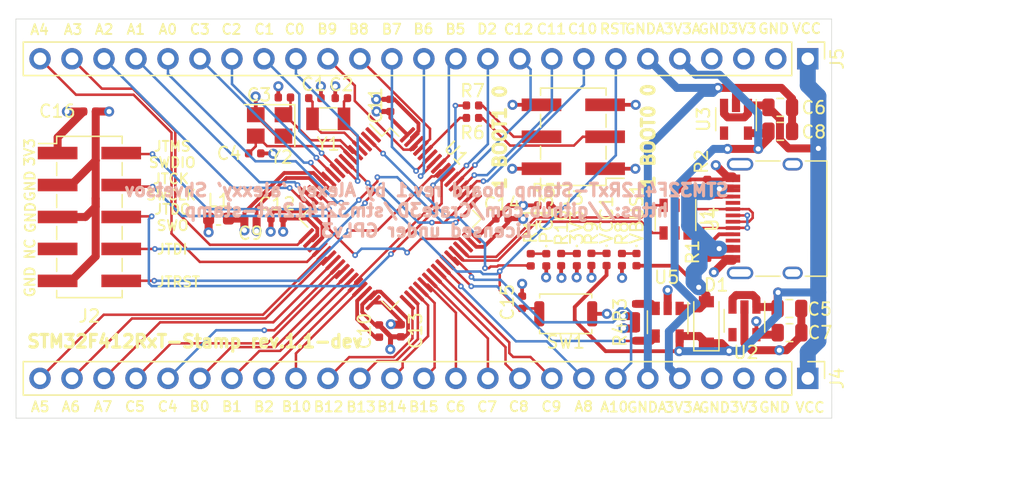
<source format=kicad_pcb>
(kicad_pcb (version 20171130) (host pcbnew 5.1.5)
  (layers (0 F.Cu signal) (1 In1.Cu power) (2 In2.Cu power) (31 B.Cu signal) (34 B.Paste user) (35 F.Paste user) (36 B.SilkS user) (37 F.SilkS user) (38 B.Mask user) (39 F.Mask user) (44 Edge.Cuts user))
  (net 0 "")
  (net 1 osc32-out)
  (net 2 osc32-in)
  (net 3 osc-in)
  (net 4 osc-out)
  (net 5 VCC)
  (net 6 VSS)
  (net 7 VSSA)
  (net 8 VDD)
  (net 9 VDDA)
  (net 10 VCAP)
  (net 11 USB_D+)
  (net 12 USB_D-)
  (net 13 "Net-(J1-PadA5)")
  (net 14 "Net-(J1-PadB5)")
  (net 15 JTMS-SWDIO)
  (net 16 JTCK-SWCLK)
  (net 17 JTDO-SWO)
  (net 18 JTDI)
  (net 19 JTRST)
  (net 20 NRST)
  (net 21 USB_VBUS)
  (net 22 VBUS)
  (net 23 "Net-(R3-Pad1)")
  (net 24 BOOT0)
  (net 25 PB2-BOOT1)
  (net 26 "Net-(J3-Pad3)")
  (net 27 "Net-(J3-Pad4)")
  (net 28 PC13)
  (net 29 "Net-(3V3-Pad1)")
  (net 30 "Net-(PC13-Pad1)")
  (net 31 "Net-(R8-Pad2)")
  (net 32 "Net-(R9-Pad2)")
  (net 33 PC0)
  (net 34 PC1)
  (net 35 PC2)
  (net 36 PC3)
  (net 37 PA0)
  (net 38 PA1)
  (net 39 PA2)
  (net 40 PA3)
  (net 41 PA4)
  (net 42 PA5)
  (net 43 PA6)
  (net 44 PA7)
  (net 45 PC4)
  (net 46 PC5)
  (net 47 PB0)
  (net 48 PB1)
  (net 49 PB10)
  (net 50 PB12)
  (net 51 PB13)
  (net 52 PB14)
  (net 53 PB15)
  (net 54 PC6)
  (net 55 PC7)
  (net 56 PC8)
  (net 57 PC9)
  (net 58 PA8)
  (net 59 PA10)
  (net 60 PC10)
  (net 61 PC11)
  (net 62 PC12)
  (net 63 PD2)
  (net 64 PB5)
  (net 65 PB6)
  (net 66 PB7)
  (net 67 PB8)
  (net 68 PB9)
  (net 69 "Net-(J1-PadA7)")
  (net 70 "Net-(J1-PadA6)")
  (module Resistor_SMD:R_0402_1005Metric (layer F.Cu) (at 166.3676 108.80344)
    (fp_text reference R5 (at 0 -1.17) (layer F.SilkS))
    (fp_text value 1.5K)
    (pad 2 smd roundrect (at 0.485 0) (size 0.59 0.64) (layers F.Cu F.Paste F.Mask) (net 11 USB_D+))
    (pad 1 smd roundrect (at -0.485 0) (size 0.59 0.64) (layers F.Cu F.Paste F.Mask) (net 8 VDD))
  )
  (module Package_TO_SOT_SMD:SOT-23-6 (layer F.Cu) (at 176.8246 109.9009 270)
    (fp_text reference U4 (at 0 -2.9 90) (layer F.SilkS))
    (fp_text value USBLC6-2SC6)
    (pad 5 smd rect (at 1.1 0 270) (size 1.06 0.65) (layers F.Cu F.Paste F.Mask) (net 22 VBUS))
    (pad 6 smd rect (at 1.1 -0.95 270) (size 1.06 0.65) (layers F.Cu F.Paste F.Mask) (net 69 "Net-(J1-PadA7)"))
    (pad 4 smd rect (at 1.1 0.95 270) (size 1.06 0.65) (layers F.Cu F.Paste F.Mask) (net 12 USB_D-))
    (pad 3 smd rect (at -1.1 0.95 270) (size 1.06 0.65) (layers F.Cu F.Paste F.Mask) (net 11 USB_D+))
    (pad 2 smd rect (at -1.1 0 270) (size 1.06 0.65) (layers F.Cu F.Paste F.Mask) (net 6 VSS))
    (pad 1 smd rect (at -1.1 -0.95 270) (size 1.06 0.65) (layers F.Cu F.Paste F.Mask) (net 70 "Net-(J1-PadA6)"))
  )
  (module footprints:USB_C_Receptacle_XKB_U262-16XN-4BVC11 (layer F.Cu) (at 185.0517 109.855 90)
    (fp_text reference J1 (at 0 -5.715 90) (layer F.SilkS))
    (fp_text value USB_C_Receptacle_USB2.0)
    (pad A12 smd rect (at 3.35 -3.67 90) (size 0.3 1.15) (layers F.Cu F.Paste F.Mask) (net 6 VSS))
    (pad A9 smd rect (at 2.55 -3.67 90) (size 0.3 1.15) (layers F.Cu F.Paste F.Mask) (net 22 VBUS))
    (pad B9 smd rect (at -2.25 -3.67 90) (size 0.3 1.15) (layers F.Cu F.Paste F.Mask) (net 22 VBUS))
    (pad B12 smd rect (at -3.05 -3.67 90) (size 0.3 1.15) (layers F.Cu F.Paste F.Mask) (net 6 VSS))
    (pad A1 smd rect (at -3.35 -3.67 90) (size 0.3 1.15) (layers F.Cu F.Paste F.Mask) (net 6 VSS))
    (pad A4 smd rect (at -2.55 -3.67 90) (size 0.3 1.15) (layers F.Cu F.Paste F.Mask) (net 22 VBUS))
    (pad B8 smd rect (at -1.75 -3.67 90) (size 0.3 1.15) (layers F.Cu F.Paste F.Mask))
    (pad A5 smd rect (at -1.25 -3.67 90) (size 0.3 1.15) (layers F.Cu F.Paste F.Mask) (net 13 "Net-(J1-PadA5)"))
    (pad B7 smd rect (at -0.75 -3.67 90) (size 0.3 1.15) (layers F.Cu F.Paste F.Mask) (net 69 "Net-(J1-PadA7)"))
    (pad A6 smd rect (at -0.25 -3.67 90) (size 0.3 1.15) (layers F.Cu F.Paste F.Mask) (net 70 "Net-(J1-PadA6)"))
    (pad A7 smd rect (at 0.25 -3.67 90) (size 0.3 1.15) (layers F.Cu F.Paste F.Mask) (net 69 "Net-(J1-PadA7)"))
    (pad B6 smd rect (at 0.75 -3.67 90) (size 0.3 1.15) (layers F.Cu F.Paste F.Mask) (net 70 "Net-(J1-PadA6)"))
    (pad A8 smd rect (at 1.25 -3.67 90) (size 0.3 1.15) (layers F.Cu F.Paste F.Mask))
    (pad B5 smd rect (at 1.75 -3.67 90) (size 0.3 1.15) (layers F.Cu F.Paste F.Mask) (net 14 "Net-(J1-PadB5)"))
    (pad B4 smd rect (at 2.25 -3.67 90) (size 0.3 1.15) (layers F.Cu F.Paste F.Mask) (net 22 VBUS))
    (pad B1 smd rect (at 3.05 -3.67 90) (size 0.3 1.15) (layers F.Cu F.Paste F.Mask) (net 6 VSS))
    (pad "" np_thru_hole circle (at -2.89 -2.605 90) (size 0.65 0.65) (drill 0.65) (layers *.Cu *.Mask))
    (pad "" np_thru_hole circle (at 2.89 -2.605 90) (size 0.65 0.65) (drill 0.65) (layers *.Cu *.Mask))
    (pad S1 thru_hole oval (at 4.32 1.075 90) (size 1 1.6) (drill oval 0.6 1.2) (layers *.Cu *.Mask) (net 6 VSS))
    (pad S1 thru_hole oval (at -4.32 1.075 90) (size 1 1.6) (drill oval 0.6 1.2) (layers *.Cu *.Mask) (net 6 VSS))
    (pad S1 thru_hole oval (at 4.32 -3.105 90) (size 1 2.1) (drill oval 0.6 1.7) (layers *.Cu *.Mask) (net 6 VSS))
    (pad S1 thru_hole oval (at -4.32 -3.105 90) (size 1 2.1) (drill oval 0.6 1.7) (layers *.Cu *.Mask) (net 6 VSS))
  )
  (module Package_TO_SOT_SMD:SOT-23-5 (layer F.Cu) (at 182.2958 117.983 270)
    (fp_text reference U2 (at 2.5146 -0.127 180) (layer F.SilkS))
    (fp_text value AP2112K-3.3TRG1)
    (pad 5 smd rect (at 1.1 -0.95 270) (size 1.06 0.65) (layers F.Cu F.Paste F.Mask) (net 8 VDD))
    (pad 4 smd rect (at 1.1 0.95 270) (size 1.06 0.65) (layers F.Cu F.Paste F.Mask))
    (pad 3 smd rect (at -1.1 0.95 270) (size 1.06 0.65) (layers F.Cu F.Paste F.Mask) (net 5 VCC))
    (pad 2 smd rect (at -1.1 0 270) (size 1.06 0.65) (layers F.Cu F.Paste F.Mask) (net 6 VSS))
    (pad 1 smd rect (at -1.1 -0.95 270) (size 1.06 0.65) (layers F.Cu F.Paste F.Mask) (net 5 VCC))
  )
  (module Capacitor_SMD:C_0805_2012Metric (layer F.Cu) (at 185.8749 118.9228)
    (fp_text reference C7 (at 2.428 0) (layer F.SilkS))
    (fp_text value 1uF)
    (pad 2 smd roundrect (at 0.9375 0) (size 0.975 1.4) (layers F.Cu F.Paste F.Mask) (net 6 VSS))
    (pad 1 smd roundrect (at -0.9375 0) (size 0.975 1.4) (layers F.Cu F.Paste F.Mask) (net 8 VDD))
  )
  (module Capacitor_SMD:C_0805_2012Metric (layer F.Cu) (at 185.8645 117.0051)
    (fp_text reference C5 (at 2.4026 0.0508) (layer F.SilkS))
    (fp_text value 1uF)
    (pad 2 smd roundrect (at 0.9375 0) (size 0.975 1.4) (layers F.Cu F.Paste F.Mask) (net 6 VSS))
    (pad 1 smd roundrect (at -0.9375 0) (size 0.975 1.4) (layers F.Cu F.Paste F.Mask) (net 5 VCC))
  )
  (module Package_QFP:LQFP-64_10x10mm_P0.5mm (layer F.Cu) (at 154.178 109.865419 315)
    (fp_text reference U1 (at 0 -7.4 135) (layer F.SilkS))
    (fp_text value STM32F412RETx)
    (pad 1 smd roundrect (at -5.675 -3.75 315) (size 1.55 0.3) (layers F.Cu F.Paste F.Mask))
    (pad 2 smd roundrect (at -5.675 -3.25 315) (size 1.55 0.3) (layers F.Cu F.Paste F.Mask) (net 28 PC13))
    (pad 3 smd roundrect (at -5.675 -2.75 315) (size 1.55 0.3) (layers F.Cu F.Paste F.Mask) (net 2 osc32-in))
    (pad 4 smd roundrect (at -5.675 -2.25 315) (size 1.55 0.3) (layers F.Cu F.Paste F.Mask) (net 1 osc32-out))
    (pad 5 smd roundrect (at -5.675 -1.75 315) (size 1.55 0.3) (layers F.Cu F.Paste F.Mask) (net 3 osc-in))
    (pad 6 smd roundrect (at -5.675 -1.25 315) (size 1.55 0.3) (layers F.Cu F.Paste F.Mask) (net 4 osc-out))
    (pad 7 smd roundrect (at -5.675 -0.75 315) (size 1.55 0.3) (layers F.Cu F.Paste F.Mask) (net 20 NRST))
    (pad 8 smd roundrect (at -5.675 -0.25 315) (size 1.55 0.3) (layers F.Cu F.Paste F.Mask) (net 33 PC0))
    (pad 9 smd roundrect (at -5.675 0.25 315) (size 1.55 0.3) (layers F.Cu F.Paste F.Mask) (net 34 PC1))
    (pad 10 smd roundrect (at -5.675 0.75 315) (size 1.55 0.3) (layers F.Cu F.Paste F.Mask) (net 35 PC2))
    (pad 11 smd roundrect (at -5.675 1.25 315) (size 1.55 0.3) (layers F.Cu F.Paste F.Mask) (net 36 PC3))
    (pad 12 smd roundrect (at -5.675 1.75 315) (size 1.55 0.3) (layers F.Cu F.Paste F.Mask) (net 7 VSSA))
    (pad 13 smd roundrect (at -5.675 2.25 315) (size 1.55 0.3) (layers F.Cu F.Paste F.Mask) (net 9 VDDA))
    (pad 14 smd roundrect (at -5.675 2.75 315) (size 1.55 0.3) (layers F.Cu F.Paste F.Mask) (net 37 PA0))
    (pad 15 smd roundrect (at -5.675 3.25 315) (size 1.55 0.3) (layers F.Cu F.Paste F.Mask) (net 38 PA1))
    (pad 16 smd roundrect (at -5.675 3.75 315) (size 1.55 0.3) (layers F.Cu F.Paste F.Mask) (net 39 PA2))
    (pad 17 smd roundrect (at -3.75 5.675 315) (size 0.3 1.55) (layers F.Cu F.Paste F.Mask) (net 40 PA3))
    (pad 18 smd roundrect (at -3.25 5.675 315) (size 0.3 1.55) (layers F.Cu F.Paste F.Mask) (net 6 VSS))
    (pad 19 smd roundrect (at -2.75 5.675 315) (size 0.3 1.55) (layers F.Cu F.Paste F.Mask) (net 8 VDD))
    (pad 20 smd roundrect (at -2.25 5.675 315) (size 0.3 1.55) (layers F.Cu F.Paste F.Mask) (net 41 PA4))
    (pad 21 smd roundrect (at -1.75 5.675 315) (size 0.3 1.55) (layers F.Cu F.Paste F.Mask) (net 42 PA5))
    (pad 22 smd roundrect (at -1.25 5.675 315) (size 0.3 1.55) (layers F.Cu F.Paste F.Mask) (net 43 PA6))
    (pad 23 smd roundrect (at -0.75 5.675 315) (size 0.3 1.55) (layers F.Cu F.Paste F.Mask) (net 44 PA7))
    (pad 24 smd roundrect (at -0.25 5.675 315) (size 0.3 1.55) (layers F.Cu F.Paste F.Mask) (net 45 PC4))
    (pad 25 smd roundrect (at 0.25 5.675 315) (size 0.3 1.55) (layers F.Cu F.Paste F.Mask) (net 46 PC5))
    (pad 26 smd roundrect (at 0.75 5.675 315) (size 0.3 1.55) (layers F.Cu F.Paste F.Mask) (net 47 PB0))
    (pad 27 smd roundrect (at 1.25 5.675 315) (size 0.3 1.55) (layers F.Cu F.Paste F.Mask) (net 48 PB1))
    (pad 28 smd roundrect (at 1.75 5.675 315) (size 0.3 1.55) (layers F.Cu F.Paste F.Mask) (net 25 PB2-BOOT1))
    (pad 29 smd roundrect (at 2.25 5.675 315) (size 0.3 1.55) (layers F.Cu F.Paste F.Mask) (net 49 PB10))
    (pad 30 smd roundrect (at 2.75 5.675 315) (size 0.3 1.55) (layers F.Cu F.Paste F.Mask) (net 10 VCAP))
    (pad 31 smd roundrect (at 3.25 5.675 315) (size 0.3 1.55) (layers F.Cu F.Paste F.Mask) (net 6 VSS))
    (pad 32 smd roundrect (at 3.75 5.675 315) (size 0.3 1.55) (layers F.Cu F.Paste F.Mask) (net 8 VDD))
    (pad 33 smd roundrect (at 5.675 3.75 315) (size 1.55 0.3) (layers F.Cu F.Paste F.Mask) (net 50 PB12))
    (pad 34 smd roundrect (at 5.675 3.25 315) (size 1.55 0.3) (layers F.Cu F.Paste F.Mask) (net 51 PB13))
    (pad 35 smd roundrect (at 5.675 2.75 315) (size 1.55 0.3) (layers F.Cu F.Paste F.Mask) (net 52 PB14))
    (pad 36 smd roundrect (at 5.675 2.25 315) (size 1.55 0.3) (layers F.Cu F.Paste F.Mask) (net 53 PB15))
    (pad 37 smd roundrect (at 5.675 1.75 315) (size 1.55 0.3) (layers F.Cu F.Paste F.Mask) (net 54 PC6))
    (pad 38 smd roundrect (at 5.675 1.25 315) (size 1.55 0.3) (layers F.Cu F.Paste F.Mask) (net 55 PC7))
    (pad 39 smd roundrect (at 5.675 0.75 315) (size 1.55 0.3) (layers F.Cu F.Paste F.Mask) (net 56 PC8))
    (pad 40 smd roundrect (at 5.675 0.25 315) (size 1.55 0.3) (layers F.Cu F.Paste F.Mask) (net 57 PC9))
    (pad 41 smd roundrect (at 5.675 -0.25 315) (size 1.55 0.3) (layers F.Cu F.Paste F.Mask) (net 58 PA8))
    (pad 42 smd roundrect (at 5.675 -0.75 315) (size 1.55 0.3) (layers F.Cu F.Paste F.Mask) (net 21 USB_VBUS))
    (pad 43 smd roundrect (at 5.675 -1.25 315) (size 1.55 0.3) (layers F.Cu F.Paste F.Mask) (net 59 PA10))
    (pad 44 smd roundrect (at 5.675 -1.75 315) (size 1.55 0.3) (layers F.Cu F.Paste F.Mask) (net 12 USB_D-))
    (pad 45 smd roundrect (at 5.675 -2.25 315) (size 1.55 0.3) (layers F.Cu F.Paste F.Mask) (net 11 USB_D+))
    (pad 46 smd roundrect (at 5.675 -2.75 315) (size 1.55 0.3) (layers F.Cu F.Paste F.Mask) (net 15 JTMS-SWDIO))
    (pad 47 smd roundrect (at 5.675 -3.25 315) (size 1.55 0.3) (layers F.Cu F.Paste F.Mask) (net 6 VSS))
    (pad 48 smd roundrect (at 5.675 -3.75 315) (size 1.55 0.3) (layers F.Cu F.Paste F.Mask) (net 8 VDD))
    (pad 49 smd roundrect (at 3.75 -5.675 315) (size 0.3 1.55) (layers F.Cu F.Paste F.Mask) (net 16 JTCK-SWCLK))
    (pad 50 smd roundrect (at 3.25 -5.675 315) (size 0.3 1.55) (layers F.Cu F.Paste F.Mask) (net 18 JTDI))
    (pad 51 smd roundrect (at 2.75 -5.675 315) (size 0.3 1.55) (layers F.Cu F.Paste F.Mask) (net 60 PC10))
    (pad 52 smd roundrect (at 2.25 -5.675 315) (size 0.3 1.55) (layers F.Cu F.Paste F.Mask) (net 61 PC11))
    (pad 53 smd roundrect (at 1.75 -5.675 315) (size 0.3 1.55) (layers F.Cu F.Paste F.Mask) (net 62 PC12))
    (pad 54 smd roundrect (at 1.25 -5.675 315) (size 0.3 1.55) (layers F.Cu F.Paste F.Mask) (net 63 PD2))
    (pad 55 smd roundrect (at 0.75 -5.675 315) (size 0.3 1.55) (layers F.Cu F.Paste F.Mask) (net 17 JTDO-SWO))
    (pad 56 smd roundrect (at 0.25 -5.675 315) (size 0.3 1.55) (layers F.Cu F.Paste F.Mask) (net 19 JTRST))
    (pad 57 smd roundrect (at -0.25 -5.675 315) (size 0.3 1.55) (layers F.Cu F.Paste F.Mask) (net 64 PB5))
    (pad 58 smd roundrect (at -0.75 -5.675 315) (size 0.3 1.55) (layers F.Cu F.Paste F.Mask) (net 65 PB6))
    (pad 59 smd roundrect (at -1.25 -5.675 315) (size 0.3 1.55) (layers F.Cu F.Paste F.Mask) (net 66 PB7))
    (pad 60 smd roundrect (at -1.75 -5.675 315) (size 0.3 1.55) (layers F.Cu F.Paste F.Mask) (net 24 BOOT0))
    (pad 61 smd roundrect (at -2.25 -5.675 315) (size 0.3 1.55) (layers F.Cu F.Paste F.Mask) (net 67 PB8))
    (pad 62 smd roundrect (at -2.75 -5.675 315) (size 0.3 1.55) (layers F.Cu F.Paste F.Mask) (net 68 PB9))
    (pad 63 smd roundrect (at -3.25 -5.675 315) (size 0.3 1.55) (layers F.Cu F.Paste F.Mask) (net 6 VSS))
    (pad 64 smd roundrect (at -3.75 -5.675 315) (size 0.3 1.55) (layers F.Cu F.Paste F.Mask) (net 8 VDD))
  )
  (module Resistor_SMD:R_0402_1005Metric (layer F.Cu) (at 165.3286 113.134 90)
    (fp_text reference R11 (at 2.7432 0 90) (layer F.SilkS))
    (fp_text value 100R)
    (pad 2 smd roundrect (at 0.485 0 90) (size 0.59 0.64) (layers F.Cu F.Paste F.Mask) (net 30 "Net-(PC13-Pad1)"))
    (pad 1 smd roundrect (at -0.485 0 90) (size 0.59 0.64) (layers F.Cu F.Paste F.Mask) (net 28 PC13))
  )
  (module Resistor_SMD:R_0402_1005Metric (layer F.Cu) (at 167.7416 113.1189 90)
    (fp_text reference R10 (at 2.54 0.0254 90) (layer F.SilkS))
    (fp_text value 100R)
    (pad 2 smd roundrect (at 0.485 0 90) (size 0.59 0.64) (layers F.Cu F.Paste F.Mask) (net 29 "Net-(3V3-Pad1)"))
    (pad 1 smd roundrect (at -0.485 0 90) (size 0.59 0.64) (layers F.Cu F.Paste F.Mask) (net 6 VSS))
  )
  (module Resistor_SMD:R_0402_1005Metric (layer F.Cu) (at 170.1419 113.1038 90)
    (fp_text reference R9 (at 2.0852 0 90) (layer F.SilkS))
    (fp_text value 220R)
    (pad 2 smd roundrect (at 0.485 0 90) (size 0.59 0.64) (layers F.Cu F.Paste F.Mask) (net 32 "Net-(R9-Pad2)"))
    (pad 1 smd roundrect (at -0.485 0 90) (size 0.59 0.64) (layers F.Cu F.Paste F.Mask) (net 6 VSS))
  )
  (module Resistor_SMD:R_0402_1005Metric (layer F.Cu) (at 172.5676 113.1165 90)
    (fp_text reference R8 (at 2.0828 0 90) (layer F.SilkS))
    (fp_text value 220R)
    (pad 2 smd roundrect (at 0.485 0 90) (size 0.59 0.64) (layers F.Cu F.Paste F.Mask) (net 31 "Net-(R8-Pad2)"))
    (pad 1 smd roundrect (at -0.485 0 90) (size 0.59 0.64) (layers F.Cu F.Paste F.Mask) (net 6 VSS))
  )
  (module LED_SMD:LED_0402_1005Metric (layer F.Cu) (at 166.5605 113.1316 270)
    (fp_text reference PC13 (at -3.2131 -0.0127 90) (layer F.SilkS))
    (fp_text value PC13)
    (pad 2 smd roundrect (at 0.485 0 270) (size 0.59 0.64) (layers F.Cu F.Paste F.Mask) (net 8 VDD))
    (pad 1 smd roundrect (at -0.485 0 270) (size 0.59 0.64) (layers F.Cu F.Paste F.Mask) (net 30 "Net-(PC13-Pad1)"))
  )
  (module LED_SMD:LED_0402_1005Metric (layer F.Cu) (at 168.9862 113.1213 270)
    (fp_text reference 3V3 (at -2.5678 0 90) (layer F.SilkS))
    (fp_text value 3V3)
    (pad 2 smd roundrect (at 0.485 0 270) (size 0.59 0.64) (layers F.Cu F.Paste F.Mask) (net 8 VDD))
    (pad 1 smd roundrect (at -0.485 0 270) (size 0.59 0.64) (layers F.Cu F.Paste F.Mask) (net 29 "Net-(3V3-Pad1)"))
  )
  (module LED_SMD:LED_0402_1005Metric (layer F.Cu) (at 171.3484 113.1062 270)
    (fp_text reference VCC1 (at -3.1496 0 90) (layer F.SilkS))
    (fp_text value VCC)
    (pad 2 smd roundrect (at 0.485 0 270) (size 0.59 0.64) (layers F.Cu F.Paste F.Mask) (net 5 VCC))
    (pad 1 smd roundrect (at -0.485 0 270) (size 0.59 0.64) (layers F.Cu F.Paste F.Mask) (net 32 "Net-(R9-Pad2)"))
  )
  (module LED_SMD:LED_0402_1005Metric (layer F.Cu) (at 173.7233 113.1165 270)
    (fp_text reference VBUS1 (at -3.66 -0.0254 90) (layer F.SilkS))
    (fp_text value VBUS)
    (pad 2 smd roundrect (at 0.485 0 270) (size 0.59 0.64) (layers F.Cu F.Paste F.Mask) (net 22 VBUS))
    (pad 1 smd roundrect (at -0.485 0 270) (size 0.59 0.64) (layers F.Cu F.Paste F.Mask) (net 31 "Net-(R8-Pad2)"))
  )
  (module Connector_PinHeader_2.54mm:PinHeader_2x03_P2.54mm_Vertical_SMD (layer F.Cu) (at 168.7068 103.3526 180)
    (fp_text reference J3 (at 0 -4.87) (layer F.SilkS))
    (fp_text value BootX)
    (pad 6 smd rect (at 2.525 2.54 180) (size 3.15 1) (layers F.Cu F.Paste F.Mask) (net 6 VSS))
    (pad 5 smd rect (at -2.525 2.54 180) (size 3.15 1) (layers F.Cu F.Paste F.Mask) (net 6 VSS))
    (pad 4 smd rect (at 2.525 0 180) (size 3.15 1) (layers F.Cu F.Paste F.Mask) (net 27 "Net-(J3-Pad4)"))
    (pad 3 smd rect (at -2.525 0 180) (size 3.15 1) (layers F.Cu F.Paste F.Mask) (net 26 "Net-(J3-Pad3)"))
    (pad 2 smd rect (at 2.525 -2.54 180) (size 3.15 1) (layers F.Cu F.Paste F.Mask) (net 8 VDD))
    (pad 1 smd rect (at -2.525 -2.54 180) (size 3.15 1) (layers F.Cu F.Paste F.Mask) (net 8 VDD))
  )
  (module Package_TO_SOT_SMD:SOT-23-5 (layer F.Cu) (at 176.1998 118.0924 270)
    (fp_text reference U5 (at -3.5638 0.0762 180) (layer F.SilkS))
    (fp_text value SY6280)
    (pad 5 smd rect (at 1.1 -0.95 270) (size 1.06 0.65) (layers F.Cu F.Paste F.Mask) (net 5 VCC))
    (pad 4 smd rect (at 1.1 0.95 270) (size 1.06 0.65) (layers F.Cu F.Paste F.Mask) (net 21 USB_VBUS))
    (pad 3 smd rect (at -1.1 0.95 270) (size 1.06 0.65) (layers F.Cu F.Paste F.Mask) (net 23 "Net-(R3-Pad1)"))
    (pad 2 smd rect (at -1.1 0 270) (size 1.06 0.65) (layers F.Cu F.Paste F.Mask) (net 6 VSS))
    (pad 1 smd rect (at -1.1 -0.95 270) (size 1.06 0.65) (layers F.Cu F.Paste F.Mask) (net 22 VBUS))
  )
  (module Resistor_SMD:R_0402_1005Metric (layer F.Cu) (at 160.7082 100.8634)
    (fp_text reference R7 (at 0 -1.17) (layer F.SilkS))
    (fp_text value 510)
    (pad 2 smd roundrect (at 0.485 0) (size 0.59 0.64) (layers F.Cu F.Paste F.Mask) (net 27 "Net-(J3-Pad4)"))
    (pad 1 smd roundrect (at -0.485 0) (size 0.59 0.64) (layers F.Cu F.Paste F.Mask) (net 25 PB2-BOOT1))
  )
  (module Resistor_SMD:R_0402_1005Metric (layer F.Cu) (at 160.7082 101.854 180)
    (fp_text reference R6 (at 0 -1.17) (layer F.SilkS))
    (fp_text value 510)
    (pad 2 smd roundrect (at 0.485 0 180) (size 0.59 0.64) (layers F.Cu F.Paste F.Mask) (net 24 BOOT0))
    (pad 1 smd roundrect (at -0.485 0 180) (size 0.59 0.64) (layers F.Cu F.Paste F.Mask) (net 26 "Net-(J3-Pad3)"))
  )
  (module Capacitor_SMD:C_0402_1005Metric (layer F.Cu) (at 130.302 101.346 180)
    (fp_text reference C16 (at 2.5654 0.0254) (layer F.SilkS))
    (fp_text value 100nF)
    (pad 2 smd roundrect (at 0.485 0 180) (size 0.59 0.64) (layers F.Cu F.Paste F.Mask) (net 8 VDD))
    (pad 1 smd roundrect (at -0.485 0 180) (size 0.59 0.64) (layers F.Cu F.Paste F.Mask) (net 6 VSS))
  )
  (module Capacitor_SMD:C_0402_1005Metric (layer F.Cu) (at 163.045 109.855)
    (fp_text reference C14 (at 0 -1.17) (layer F.SilkS))
    (fp_text value 4.7uF)
    (pad 2 smd roundrect (at 0.485 0) (size 0.59 0.64) (layers F.Cu F.Paste F.Mask) (net 6 VSS))
    (pad 1 smd roundrect (at -0.485 0) (size 0.59 0.64) (layers F.Cu F.Paste F.Mask) (net 8 VDD))
  )
  (module Capacitor_SMD:C_0402_1005Metric (layer F.Cu) (at 155.0162 118.768 270)
    (fp_text reference C13 (at 0 -1.17 90) (layer F.SilkS))
    (fp_text value 100nF)
    (pad 2 smd roundrect (at 0.485 0 270) (size 0.59 0.64) (layers F.Cu F.Paste F.Mask) (net 6 VSS))
    (pad 1 smd roundrect (at -0.485 0 270) (size 0.59 0.64) (layers F.Cu F.Paste F.Mask) (net 8 VDD))
  )
  (module Capacitor_SMD:C_0402_1005Metric (layer F.Cu) (at 145.184 109.855)
    (fp_text reference C12 (at 0 -1.17) (layer F.SilkS))
    (fp_text value 100nF)
    (pad 2 smd roundrect (at 0.485 0) (size 0.59 0.64) (layers F.Cu F.Paste F.Mask) (net 6 VSS))
    (pad 1 smd roundrect (at -0.485 0) (size 0.59 0.64) (layers F.Cu F.Paste F.Mask) (net 8 VDD))
  )
  (module Capacitor_SMD:C_0402_1005Metric (layer F.Cu) (at 154.178 100.861 90)
    (fp_text reference C11 (at 0 -1.17 90) (layer F.SilkS))
    (fp_text value 100nF)
    (pad 2 smd roundrect (at 0.485 0 90) (size 0.59 0.64) (layers F.Cu F.Paste F.Mask) (net 6 VSS))
    (pad 1 smd roundrect (at -0.485 0 90) (size 0.59 0.64) (layers F.Cu F.Paste F.Mask) (net 8 VDD))
  )
  (module Capacitor_SMD:C_0402_1005Metric (layer F.Cu) (at 153.289 118.7958 90)
    (fp_text reference C10 (at 0 -1.17 90) (layer F.SilkS))
    (fp_text value 2.2uF)
    (pad 2 smd roundrect (at 0.485 0 90) (size 0.59 0.64) (layers F.Cu F.Paste F.Mask) (net 6 VSS))
    (pad 1 smd roundrect (at -0.485 0 90) (size 0.59 0.64) (layers F.Cu F.Paste F.Mask) (net 10 VCAP))
  )
  (module Capacitor_SMD:C_0402_1005Metric (layer F.Cu) (at 143.0758 109.855 180)
    (fp_text reference C9 (at 0 -1.17) (layer F.SilkS))
    (fp_text value 100nF)
    (pad 2 smd roundrect (at 0.485 0 180) (size 0.59 0.64) (layers F.Cu F.Paste F.Mask) (net 7 VSSA))
    (pad 1 smd roundrect (at -0.485 0 180) (size 0.59 0.64) (layers F.Cu F.Paste F.Mask) (net 9 VDDA))
  )
  (module Inductor_SMD:L_0603_1608Metric (layer F.Cu) (at 140.5382 109.855)
    (fp_text reference L1 (at 0 -1.43) (layer F.SilkS))
    (fp_text value BLM18BB470SN1D)
    (pad 2 smd roundrect (at 0.7875 0) (size 0.875 0.95) (layers F.Cu F.Paste F.Mask) (net 7 VSSA))
    (pad 1 smd roundrect (at -0.7875 0) (size 0.875 0.95) (layers F.Cu F.Paste F.Mask) (net 6 VSS))
  )
  (module Capacitor_SMD:C_0402_1005Metric (layer F.Cu) (at 143.4108 104.6734)
    (fp_text reference C4 (at -2.0344 0 180) (layer F.SilkS))
    (fp_text value 10p)
    (pad 2 smd roundrect (at 0.485 0) (size 0.59 0.64) (layers F.Cu F.Paste F.Mask) (net 6 VSS))
    (pad 1 smd roundrect (at -0.485 0) (size 0.59 0.64) (layers F.Cu F.Paste F.Mask) (net 4 osc-out))
  )
  (module Capacitor_SMD:C_0402_1005Metric (layer F.Cu) (at 145.7682 100.2284 180)
    (fp_text reference C3 (at 2.0042 0.2032) (layer F.SilkS))
    (fp_text value 10p)
    (pad 2 smd roundrect (at 0.485 0 180) (size 0.59 0.64) (layers F.Cu F.Paste F.Mask) (net 6 VSS))
    (pad 1 smd roundrect (at -0.485 0 180) (size 0.59 0.64) (layers F.Cu F.Paste F.Mask) (net 3 osc-in))
  )
  (module Capacitor_SMD:C_0402_1005Metric (layer F.Cu) (at 150.2894 100.2792)
    (fp_text reference C2 (at 0 -1.0668) (layer F.SilkS))
    (fp_text value 10p)
    (pad 2 smd roundrect (at 0.485 0) (size 0.59 0.64) (layers F.Cu F.Paste F.Mask) (net 2 osc32-in))
    (pad 1 smd roundrect (at -0.485 0) (size 0.59 0.64) (layers F.Cu F.Paste F.Mask) (net 6 VSS))
  )
  (module Capacitor_SMD:C_0402_1005Metric (layer F.Cu) (at 148.186 100.2792 180)
    (fp_text reference C1 (at 0.104 1.0922) (layer F.SilkS))
    (fp_text value 10p)
    (pad 2 smd roundrect (at 0.485 0 180) (size 0.59 0.64) (layers F.Cu F.Paste F.Mask) (net 1 osc32-out))
    (pad 1 smd roundrect (at -0.485 0 180) (size 0.59 0.64) (layers F.Cu F.Paste F.Mask) (net 6 VSS))
  )
  (module Crystal:Crystal_SMD_3225-4Pin_3.2x2.5mm (layer F.Cu) (at 144.5944 102.45 180)
    (fp_text reference Y2 (at -0.9476 -2.5282 180) (layer F.SilkS))
    (fp_text value 16MHz)
    (pad 1 smd rect (at -1.1 0.85 180) (size 1.4 1.2) (layers F.Cu F.Paste F.Mask) (net 3 osc-in))
    (pad 2 smd rect (at 1.1 0.85 180) (size 1.4 1.2) (layers F.Cu F.Paste F.Mask) (net 6 VSS))
    (pad 3 smd rect (at 1.1 -0.85 180) (size 1.4 1.2) (layers F.Cu F.Paste F.Mask) (net 4 osc-out))
    (pad 4 smd rect (at -1.1 -0.85 180) (size 1.4 1.2) (layers F.Cu F.Paste F.Mask) (net 6 VSS))
  )
  (module Crystal:Crystal_SMD_3215-2Pin_3.2x1.5mm (layer F.Cu) (at 149.2504 101.9302 180)
    (fp_text reference Y1 (at 0 -2.0066) (layer F.SilkS))
    (fp_text value 32.768kHz)
    (pad 1 smd rect (at 1.25 0 180) (size 1 1.8) (layers F.Cu F.Paste F.Mask) (net 1 osc32-out))
    (pad 2 smd rect (at -1.25 0 180) (size 1 1.8) (layers F.Cu F.Paste F.Mask) (net 2 osc32-in))
  )
  (module Package_TO_SOT_SMD:SOT-23-5 (layer F.Cu) (at 181.6252 101.9634 270)
    (fp_text reference U3 (at -0.0078 2.5806 90) (layer F.SilkS))
    (fp_text value AP2112K-3.3TRG1)
    (pad 1 smd rect (at -1.1 -0.95 270) (size 1.06 0.65) (layers F.Cu F.Paste F.Mask) (net 5 VCC))
    (pad 2 smd rect (at -1.1 0 270) (size 1.06 0.65) (layers F.Cu F.Paste F.Mask) (net 7 VSSA))
    (pad 3 smd rect (at -1.1 0.95 270) (size 1.06 0.65) (layers F.Cu F.Paste F.Mask) (net 5 VCC))
    (pad 4 smd rect (at 1.1 0.95 270) (size 1.06 0.65) (layers F.Cu F.Paste F.Mask))
    (pad 5 smd rect (at 1.1 -0.95 270) (size 1.06 0.65) (layers F.Cu F.Paste F.Mask) (net 9 VDDA))
  )
  (module Resistor_SMD:R_0402_1005Metric (layer F.Cu) (at 179.3494 112.5196 90)
    (fp_text reference R1 (at 0 -1.17 90) (layer F.SilkS))
    (fp_text value 5.1k)
    (pad 1 smd roundrect (at -0.485 0 90) (size 0.59 0.64) (layers F.Cu F.Paste F.Mask) (net 6 VSS))
    (pad 2 smd roundrect (at 0.485 0 90) (size 0.59 0.64) (layers F.Cu F.Paste F.Mask) (net 13 "Net-(J1-PadA5)"))
  )
  (module Resistor_SMD:R_0402_1005Metric (layer F.Cu) (at 179.3494 107.2285 270)
    (fp_text reference R2 (at -1.9074 0.4699 90) (layer F.SilkS))
    (fp_text value 5.1k)
    (pad 2 smd roundrect (at 0.485 0 270) (size 0.59 0.64) (layers F.Cu F.Paste F.Mask) (net 14 "Net-(J1-PadB5)"))
    (pad 1 smd roundrect (at -0.485 0 270) (size 0.59 0.64) (layers F.Cu F.Paste F.Mask) (net 6 VSS))
  )
  (module Connector_PinHeader_2.54mm:PinHeader_2x05_P2.54mm_Vertical_SMD (layer F.Cu) (at 130.287 109.728)
    (fp_text reference J2 (at 0 7.874) (layer F.SilkS))
    (fp_text value JTAG)
    (pad 1 smd rect (at -2.525 -5.08) (size 3.15 1) (layers F.Cu F.Paste F.Mask) (net 8 VDD))
    (pad 2 smd rect (at 2.525 -5.08) (size 3.15 1) (layers F.Cu F.Paste F.Mask) (net 15 JTMS-SWDIO))
    (pad 3 smd rect (at -2.525 -2.54) (size 3.15 1) (layers F.Cu F.Paste F.Mask) (net 6 VSS))
    (pad 4 smd rect (at 2.525 -2.54) (size 3.15 1) (layers F.Cu F.Paste F.Mask) (net 16 JTCK-SWCLK))
    (pad 5 smd rect (at -2.525 0) (size 3.15 1) (layers F.Cu F.Paste F.Mask) (net 6 VSS))
    (pad 6 smd rect (at 2.525 0) (size 3.15 1) (layers F.Cu F.Paste F.Mask) (net 17 JTDO-SWO))
    (pad 7 smd rect (at -2.525 2.54) (size 3.15 1) (layers F.Cu F.Paste F.Mask))
    (pad 8 smd rect (at 2.525 2.54) (size 3.15 1) (layers F.Cu F.Paste F.Mask) (net 18 JTDI))
    (pad 9 smd rect (at -2.525 5.08) (size 3.15 1) (layers F.Cu F.Paste F.Mask) (net 6 VSS))
    (pad 10 smd rect (at 2.525 5.08) (size 3.15 1) (layers F.Cu F.Paste F.Mask) (net 19 JTRST))
  )
  (module Resistor_SMD:R_0402_1005Metric (layer F.Cu) (at 173.6852 117.1218 270)
    (fp_text reference R3 (at 0 1.27 90) (layer F.SilkS))
    (fp_text value 10K)
    (pad 2 smd roundrect (at 0.485 0 270) (size 0.59 0.64) (layers F.Cu F.Paste F.Mask) (net 6 VSS))
    (pad 1 smd roundrect (at -0.485 0 270) (size 0.59 0.64) (layers F.Cu F.Paste F.Mask) (net 23 "Net-(R3-Pad1)"))
  )
  (module Resistor_SMD:R_0402_1005Metric (layer F.Cu) (at 173.6852 119.0776 90)
    (fp_text reference R4 (at 0 -1.27 90) (layer F.SilkS))
    (fp_text value 100K)
    (pad 1 smd roundrect (at -0.485 0 90) (size 0.59 0.64) (layers F.Cu F.Paste F.Mask) (net 21 USB_VBUS))
    (pad 2 smd roundrect (at 0.485 0 90) (size 0.59 0.64) (layers F.Cu F.Paste F.Mask) (net 6 VSS))
  )
  (module Diode_SMD:D_SOD-123 (layer F.Cu) (at 179.2732 118.111 90)
    (fp_text reference D1 (at 2.9728 0.7747 180) (layer F.SilkS))
    (fp_text value "1A 40V")
    (pad 1 smd rect (at -1.65 0 90) (size 0.9 1.2) (layers F.Cu F.Paste F.Mask) (net 5 VCC))
    (pad 2 smd rect (at 1.65 0 90) (size 0.9 1.2) (layers F.Cu F.Paste F.Mask) (net 22 VBUS))
  )
  (module Capacitor_SMD:C_0402_1005Metric (layer F.Cu) (at 164.6428 116.5074 90)
    (fp_text reference C15 (at 0 -1.17 90) (layer F.SilkS))
    (fp_text value 100nF)
    (pad 1 smd roundrect (at -0.485 0 90) (size 0.59 0.64) (layers F.Cu F.Paste F.Mask) (net 20 NRST))
    (pad 2 smd roundrect (at 0.485 0 90) (size 0.59 0.64) (layers F.Cu F.Paste F.Mask) (net 6 VSS))
  )
  (module Button_Switch_SMD:SW_Push_SPST_NO_Alps_SKRK (layer F.Cu) (at 168.1054 117.4242 180)
    (fp_text reference SW1 (at 0 -2.25) (layer F.SilkS))
    (fp_text value SKRKAEE020)
    (pad 2 smd roundrect (at 2.1 0 180) (size 0.8 2) (layers F.Cu F.Paste F.Mask) (net 20 NRST))
    (pad 1 smd roundrect (at -2.1 0 180) (size 0.8 2) (layers F.Cu F.Paste F.Mask) (net 6 VSS))
  )
  (module Capacitor_SMD:C_0805_2012Metric (layer F.Cu) (at 185.1383 101.0158)
    (fp_text reference C6 (at 2.6693 0.0254) (layer F.SilkS))
    (fp_text value 1uF)
    (pad 2 smd roundrect (at 0.9375 0) (size 0.975 1.4) (layers F.Cu F.Paste F.Mask) (net 7 VSSA))
    (pad 1 smd roundrect (at -0.9375 0) (size 0.975 1.4) (layers F.Cu F.Paste F.Mask) (net 5 VCC))
  )
  (module Capacitor_SMD:C_0805_2012Metric (layer F.Cu) (at 185.1406 102.9208)
    (fp_text reference C8 (at 2.667 0.0508) (layer F.SilkS))
    (fp_text value 1uF)
    (pad 1 smd roundrect (at -0.9375 0) (size 0.975 1.4) (layers F.Cu F.Paste F.Mask) (net 9 VDDA))
    (pad 2 smd roundrect (at 0.9375 0) (size 0.975 1.4) (layers F.Cu F.Paste F.Mask) (net 7 VSSA))
  )
  (module Connector_PinHeader_2.54mm:PinHeader_1x25_P2.54mm_Vertical (layer F.Cu) (at 187.325 122.555 270)
    (fp_text reference J4 (at 0 -2.33 90) (layer F.SilkS))
    (fp_text value Conn_01x25)
    (pad 1 thru_hole rect (at 0 0 270) (size 1.7 1.7) (drill 1) (layers *.Cu *.Mask) (net 5 VCC))
    (pad 2 thru_hole oval (at 0 2.54 270) (size 1.7 1.7) (drill 1) (layers *.Cu *.Mask) (net 6 VSS))
    (pad 3 thru_hole oval (at 0 5.08 270) (size 1.7 1.7) (drill 1) (layers *.Cu *.Mask) (net 8 VDD))
    (pad 4 thru_hole oval (at 0 7.62 270) (size 1.7 1.7) (drill 1) (layers *.Cu *.Mask) (net 6 VSS))
    (pad 5 thru_hole oval (at 0 10.16 270) (size 1.7 1.7) (drill 1) (layers *.Cu *.Mask) (net 9 VDDA))
    (pad 6 thru_hole oval (at 0 12.7 270) (size 1.7 1.7) (drill 1) (layers *.Cu *.Mask) (net 7 VSSA))
    (pad 7 thru_hole oval (at 0 15.24 270) (size 1.7 1.7) (drill 1) (layers *.Cu *.Mask) (net 59 PA10))
    (pad 8 thru_hole oval (at 0 17.78 270) (size 1.7 1.7) (drill 1) (layers *.Cu *.Mask) (net 58 PA8))
    (pad 9 thru_hole oval (at 0 20.32 270) (size 1.7 1.7) (drill 1) (layers *.Cu *.Mask) (net 57 PC9))
    (pad 10 thru_hole oval (at 0 22.86 270) (size 1.7 1.7) (drill 1) (layers *.Cu *.Mask) (net 56 PC8))
    (pad 11 thru_hole oval (at 0 25.4 270) (size 1.7 1.7) (drill 1) (layers *.Cu *.Mask) (net 55 PC7))
    (pad 12 thru_hole oval (at 0 27.94 270) (size 1.7 1.7) (drill 1) (layers *.Cu *.Mask) (net 54 PC6))
    (pad 13 thru_hole oval (at 0 30.48 270) (size 1.7 1.7) (drill 1) (layers *.Cu *.Mask) (net 53 PB15))
    (pad 14 thru_hole oval (at 0 33.02 270) (size 1.7 1.7) (drill 1) (layers *.Cu *.Mask) (net 52 PB14))
    (pad 15 thru_hole oval (at 0 35.56 270) (size 1.7 1.7) (drill 1) (layers *.Cu *.Mask) (net 51 PB13))
    (pad 16 thru_hole oval (at 0 38.1 270) (size 1.7 1.7) (drill 1) (layers *.Cu *.Mask) (net 50 PB12))
    (pad 17 thru_hole oval (at 0 40.64 270) (size 1.7 1.7) (drill 1) (layers *.Cu *.Mask) (net 49 PB10))
    (pad 18 thru_hole oval (at 0 43.18 270) (size 1.7 1.7) (drill 1) (layers *.Cu *.Mask) (net 25 PB2-BOOT1))
    (pad 19 thru_hole oval (at 0 45.72 270) (size 1.7 1.7) (drill 1) (layers *.Cu *.Mask) (net 48 PB1))
    (pad 20 thru_hole oval (at 0 48.26 270) (size 1.7 1.7) (drill 1) (layers *.Cu *.Mask) (net 47 PB0))
    (pad 21 thru_hole oval (at 0 50.8 270) (size 1.7 1.7) (drill 1) (layers *.Cu *.Mask) (net 45 PC4))
    (pad 22 thru_hole oval (at 0 53.34 270) (size 1.7 1.7) (drill 1) (layers *.Cu *.Mask) (net 46 PC5))
    (pad 23 thru_hole oval (at 0 55.88 270) (size 1.7 1.7) (drill 1) (layers *.Cu *.Mask) (net 44 PA7))
    (pad 24 thru_hole oval (at 0 58.42 270) (size 1.7 1.7) (drill 1) (layers *.Cu *.Mask) (net 43 PA6))
    (pad 25 thru_hole oval (at 0 60.96 270) (size 1.7 1.7) (drill 1) (layers *.Cu *.Mask) (net 42 PA5))
  )
  (module Connector_PinHeader_2.54mm:PinHeader_1x25_P2.54mm_Vertical (layer F.Cu) (at 187.325 97.155 270)
    (fp_text reference J5 (at 0 -2.33 90) (layer F.SilkS))
    (fp_text value Conn_01x25)
    (pad 25 thru_hole oval (at 0 60.96 270) (size 1.7 1.7) (drill 1) (layers *.Cu *.Mask) (net 41 PA4))
    (pad 24 thru_hole oval (at 0 58.42 270) (size 1.7 1.7) (drill 1) (layers *.Cu *.Mask) (net 40 PA3))
    (pad 23 thru_hole oval (at 0 55.88 270) (size 1.7 1.7) (drill 1) (layers *.Cu *.Mask) (net 39 PA2))
    (pad 22 thru_hole oval (at 0 53.34 270) (size 1.7 1.7) (drill 1) (layers *.Cu *.Mask) (net 38 PA1))
    (pad 21 thru_hole oval (at 0 50.8 270) (size 1.7 1.7) (drill 1) (layers *.Cu *.Mask) (net 37 PA0))
    (pad 20 thru_hole oval (at 0 48.26 270) (size 1.7 1.7) (drill 1) (layers *.Cu *.Mask) (net 36 PC3))
    (pad 19 thru_hole oval (at 0 45.72 270) (size 1.7 1.7) (drill 1) (layers *.Cu *.Mask) (net 35 PC2))
    (pad 18 thru_hole oval (at 0 43.18 270) (size 1.7 1.7) (drill 1) (layers *.Cu *.Mask) (net 34 PC1))
    (pad 17 thru_hole oval (at 0 40.64 270) (size 1.7 1.7) (drill 1) (layers *.Cu *.Mask) (net 33 PC0))
    (pad 16 thru_hole oval (at 0 38.1 270) (size 1.7 1.7) (drill 1) (layers *.Cu *.Mask) (net 68 PB9))
    (pad 15 thru_hole oval (at 0 35.56 270) (size 1.7 1.7) (drill 1) (layers *.Cu *.Mask) (net 67 PB8))
    (pad 14 thru_hole oval (at 0 33.02 270) (size 1.7 1.7) (drill 1) (layers *.Cu *.Mask) (net 66 PB7))
    (pad 13 thru_hole oval (at 0 30.48 270) (size 1.7 1.7) (drill 1) (layers *.Cu *.Mask) (net 65 PB6))
    (pad 12 thru_hole oval (at 0 27.94 270) (size 1.7 1.7) (drill 1) (layers *.Cu *.Mask) (net 64 PB5))
    (pad 11 thru_hole oval (at 0 25.4 270) (size 1.7 1.7) (drill 1) (layers *.Cu *.Mask) (net 63 PD2))
    (pad 10 thru_hole oval (at 0 22.86 270) (size 1.7 1.7) (drill 1) (layers *.Cu *.Mask) (net 62 PC12))
    (pad 9 thru_hole oval (at 0 20.32 270) (size 1.7 1.7) (drill 1) (layers *.Cu *.Mask) (net 61 PC11))
    (pad 8 thru_hole oval (at 0 17.78 270) (size 1.7 1.7) (drill 1) (layers *.Cu *.Mask) (net 60 PC10))
    (pad 7 thru_hole oval (at 0 15.24 270) (size 1.7 1.7) (drill 1) (layers *.Cu *.Mask) (net 20 NRST))
    (pad 6 thru_hole oval (at 0 12.7 270) (size 1.7 1.7) (drill 1) (layers *.Cu *.Mask) (net 7 VSSA))
    (pad 5 thru_hole oval (at 0 10.16 270) (size 1.7 1.7) (drill 1) (layers *.Cu *.Mask) (net 9 VDDA))
    (pad 4 thru_hole oval (at 0 7.62 270) (size 1.7 1.7) (drill 1) (layers *.Cu *.Mask) (net 6 VSS))
    (pad 3 thru_hole oval (at 0 5.08 270) (size 1.7 1.7) (drill 1) (layers *.Cu *.Mask) (net 8 VDD))
    (pad 2 thru_hole oval (at 0 2.54 270) (size 1.7 1.7) (drill 1) (layers *.Cu *.Mask) (net 6 VSS))
    (pad 1 thru_hole rect (at 0 0 270) (size 1.7 1.7) (drill 1) (layers *.Cu *.Mask) (net 5 VCC))
  )
  (gr_text VCC (at 187.2234 94.7547) (layer F.SilkS) (effects (font (size 0.8 0.8))))
  (gr_text GND (at 184.6199 94.7674) (layer F.SilkS) (effects (font (size 0.8 0.8))))
  (gr_text 3V3 (at 182.1434 94.7674) (layer F.SilkS) (effects (font (size 0.8 0.8))))
  (gr_text GND (at 179.8828 94.7801) (layer F.SilkS) (effects (font (size 0.8 0.8))))
  (gr_text 3V3A (at 177.3555 94.7801) (layer F.SilkS) (effects (font (size 0.8 0.8))))
  (gr_text GNDA (at 174.3837 94.7801) (layer F.SilkS) (effects (font (size 0.8 0.8))))
  (gr_text RST (at 171.9072 94.7801) (layer F.SilkS) (effects (font (size 0.8 0.8))))
  (gr_text C10 (at 169.4434 94.7801) (layer F.SilkS) (effects (font (size 0.8 0.8))))
  (gr_text C11 (at 166.9669 94.7928) (layer F.SilkS) (effects (font (size 0.8 0.8))))
  (gr_text C12 (at 164.3634 94.8055) (layer F.SilkS) (effects (font (size 0.8 0.8))))
  (gr_text D2 (at 161.8615 94.7928) (layer F.SilkS) (effects (font (size 0.8 0.8))))
  (gr_text B5 (at 159.3469 94.8055) (layer F.SilkS) (effects (font (size 0.8 0.8))))
  (gr_text B6 (at 156.8069 94.7928) (layer F.SilkS) (effects (font (size 0.8 0.8))))
  (gr_text B7 (at 154.2923 94.8055) (layer F.SilkS) (effects (font (size 0.8 0.8))))
  (gr_text B8 (at 151.6761 94.8055) (layer F.SilkS) (effects (font (size 0.8 0.8))))
  (gr_text B9 (at 149.1742 94.7928) (layer F.SilkS) (effects (font (size 0.8 0.8))))
  (gr_text C0 (at 146.5834 94.8055) (layer F.SilkS) (effects (font (size 0.8 0.8))))
  (gr_text C1 (at 144.1704 94.8055) (layer F.SilkS) (effects (font (size 0.8 0.8))))
  (gr_text C2 (at 141.5669 94.8182) (layer F.SilkS) (effects (font (size 0.8 0.8))))
  (gr_text C3 (at 139.0523 94.8182) (layer F.SilkS) (effects (font (size 0.8 0.8))))
  (gr_text A0 (at 136.5123 94.8182) (layer F.SilkS) (effects (font (size 0.8 0.8))))
  (gr_text A1 (at 133.9723 94.8182) (layer F.SilkS) (effects (font (size 0.8 0.8))))
  (gr_text A2 (at 131.4577 94.8182) (layer F.SilkS) (effects (font (size 0.8 0.8))))
  (gr_text A3 (at 128.9939 94.8309) (layer F.SilkS) (effects (font (size 0.8 0.8))))
  (gr_text A4 (at 126.3269 94.8436) (layer F.SilkS) (effects (font (size 0.8 0.8))))
  (gr_text VCC (at 187.5028 124.8664) (layer F.SilkS) (effects (font (size 0.8 0.8))))
  (gr_text GND (at 184.6961 124.8537) (layer F.SilkS) (effects (font (size 0.8 0.8))))
  (gr_text 3V3 (at 182.245 124.8537) (layer F.SilkS) (effects (font (size 0.8 0.8))))
  (gr_text GND (at 179.9209 124.8664) (layer F.SilkS) (effects (font (size 0.8 0.8))))
  (gr_text 3V3A (at 177.419 124.8664) (layer F.SilkS) (effects (font (size 0.8 0.8))))
  (gr_text GNDA (at 174.5488 124.8537) (layer F.SilkS) (effects (font (size 0.8 0.8))))
  (gr_text A10 (at 171.958 124.8283) (layer F.SilkS) (effects (font (size 0.8 0.8))))
  (gr_text A8 (at 169.5323 124.7902) (layer F.SilkS) (effects (font (size 0.8 0.8))))
  (gr_text C9 (at 166.9669 124.8029) (layer F.SilkS) (effects (font (size 0.8 0.8))))
  (gr_text C8 (at 164.3761 124.8029) (layer F.SilkS) (effects (font (size 0.8 0.8))))
  (gr_text C7 (at 161.8615 124.8156) (layer F.SilkS) (effects (font (size 0.8 0.8))))
  (gr_text C6 (at 159.3596 124.8156) (layer F.SilkS) (effects (font (size 0.8 0.8))))
  (gr_text B15 (at 156.8323 124.8156) (layer F.SilkS) (effects (font (size 0.8 0.8))))
  (gr_text B14 (at 154.305 124.8156) (layer F.SilkS) (effects (font (size 0.8 0.8))))
  (gr_text B13 (at 151.8539 124.8283) (layer F.SilkS) (effects (font (size 0.8 0.8))))
  (gr_text B12 (at 149.2758 124.8156) (layer F.SilkS) (effects (font (size 0.8 0.8))))
  (gr_text B10 (at 146.7358 124.8029) (layer F.SilkS) (effects (font (size 0.8 0.8))))
  (gr_text B2 (at 144.145 124.8156) (layer F.SilkS) (effects (font (size 0.8 0.8))))
  (gr_text B1 (at 141.605 124.8029) (layer F.SilkS) (effects (font (size 0.8 0.8))))
  (gr_text B0 (at 139.0396 124.7902) (layer F.SilkS) (effects (font (size 0.8 0.8))))
  (gr_text C4 (at 136.4996 124.8029) (layer F.SilkS) (effects (font (size 0.8 0.8))))
  (gr_text C5 (at 133.8961 124.8029) (layer F.SilkS) (effects (font (size 0.8 0.8))))
  (gr_text A7 (at 131.3688 124.8029) (layer F.SilkS) (effects (font (size 0.8 0.8))))
  (gr_text A6 (at 128.8161 124.8156) (layer F.SilkS) (effects (font (size 0.8 0.8))))
  (gr_text A5 (at 126.3777 124.8156) (layer F.SilkS) (effects (font (size 0.8 0.8))))
  (gr_text JTRST (at 137.3505 114.8842) (layer F.SilkS) (effects (font (size 0.8 0.8))))
  (gr_text JTDI (at 136.8679 112.2934) (layer F.SilkS) (effects (font (size 0.8 0.8))))
  (gr_text "JTDO\nSWO" (at 136.8933 109.7661) (layer F.SilkS) (effects (font (size 0.8 0.8))))
  (gr_text "JTCK\nSWCLK" (at 136.7663 107.3404) (layer F.SilkS) (effects (font (size 0.8 0.8))))
  (gr_text "JTMS\nSWDIO" (at 136.8679 104.7623) (layer F.SilkS) (effects (font (size 0.8 0.8))))
  (gr_text GND (at 125.603 109.7661 90) (layer F.SilkS) (effects (font (size 0.8 0.8))))
  (gr_text GND (at 125.5649 114.8842 90) (layer F.SilkS) (effects (font (size 0.8 0.8))))
  (gr_text NC (at 125.5649 112.268 90) (layer F.SilkS) (effects (font (size 0.8 0.8))))
  (gr_text GND (at 125.5649 107.2642 90) (layer F.SilkS) (effects (font (size 0.8 0.8))))
  (gr_text 3V3 (at 125.5395 104.5845 90) (layer F.SilkS) (effects (font (size 0.8 0.8))))
  (gr_text "1 BOOT0 0" (at 174.6631 103.2891 90) (layer F.SilkS) (effects (font (size 1 1) (thickness 0.25))))
  (gr_text "1 BOOT1 0" (at 162.8775 103.4034 90) (layer F.SilkS) (effects (font (size 1 1) (thickness 0.25))))
  (gr_text "STM32F412RxT-Stamp board rev.1 by Alexey 'alexxy' Shvetsov\nhttps://github.com/Crate3D/stm32f412rxt-stamp\nLicensed under GPLv3" (at 157.0482 109.2073) (layer B.SilkS) (effects (font (size 1 1) (thickness 0.25)) (justify mirror)))
  (gr_text "STM32F412RxT-Stamp rev.1.1-dev" (at 138.66368 119.61368) (layer F.SilkS) (effects (font (size 1 1) (thickness 0.25))))
  (gr_line (start 124.4473 93.9927) (end 189.2173 93.9927) (layer Edge.Cuts) (width 0.05))
  (gr_line (start 124.46 125.7173) (end 124.4473 93.9927) (layer Edge.Cuts) (width 0.05))
  (gr_line (start 189.23 125.7173) (end 124.46 125.7173) (layer Edge.Cuts) (width 0.05))
  (gr_line (start 189.2173 93.9927) (end 189.23 125.7173) (layer Edge.Cuts) (width 0.05))
  (segment (start 148.7004 103.0302) (end 148.0004 102.3302) (width 0.2) (layer F.Cu) (net 1))
  (segment (start 148.0004 102.3302) (end 148.0004 101.9302) (width 0.2) (layer F.Cu) (net 1))
  (segment (start 150.5282 103.0302) (end 148.7004 103.0302) (width 0.2) (layer F.Cu) (net 1))
  (segment (start 151.756159 104.261598) (end 151.756159 104.258159) (width 0.2) (layer F.Cu) (net 1))
  (segment (start 151.756159 104.258159) (end 150.5282 103.0302) (width 0.2) (layer F.Cu) (net 1))
  (segment (start 148.0004 100.5786) (end 147.701 100.2792) (width 0.2) (layer F.Cu) (net 1))
  (segment (start 148.0004 101.9302) (end 148.0004 100.5786) (width 0.2) (layer F.Cu) (net 1))
  (segment (start 152.109713 103.908044) (end 152.109713 103.849713) (width 0.2) (layer F.Cu) (net 2))
  (segment (start 150.5004 102.2404) (end 150.5004 101.9302) (width 0.2) (layer F.Cu) (net 2))
  (segment (start 152.109713 103.849713) (end 150.5004 102.2404) (width 0.2) (layer F.Cu) (net 2))
  (segment (start 150.5004 100.5532) (end 150.7744 100.2792) (width 0.2) (layer F.Cu) (net 2))
  (segment (start 150.5004 101.9302) (end 150.5004 100.5532) (width 0.2) (layer F.Cu) (net 2))
  (segment (start 145.6944 101.6) (end 145.7944 101.6) (width 0.2) (layer F.Cu) (net 3))
  (segment (start 151.190474 104.615151) (end 151.402606 104.615151) (width 0.2) (layer F.Cu) (net 3))
  (segment (start 150.207323 103.632) (end 151.190474 104.615151) (width 0.2) (layer F.Cu) (net 3))
  (segment (start 147.8264 103.632) (end 150.207323 103.632) (width 0.2) (layer F.Cu) (net 3))
  (segment (start 145.7944 101.6) (end 147.8264 103.632) (width 0.2) (layer F.Cu) (net 3))
  (segment (start 146.2532 101.0412) (end 145.6944 101.6) (width 0.2) (layer F.Cu) (net 3))
  (segment (start 146.2532 100.2284) (end 146.2532 101.0412) (width 0.2) (layer F.Cu) (net 3))
  (segment (start 150.216738 104.100001) (end 144.3944 104.1) (width 0.2) (layer F.Cu) (net 4))
  (segment (start 151.049052 104.932315) (end 150.216738 104.100001) (width 0.2) (layer F.Cu) (net 4))
  (segment (start 143.5944 103.3) (end 143.4944 103.3) (width 0.2) (layer F.Cu) (net 4))
  (segment (start 144.3944 104.1) (end 143.5944 103.3) (width 0.2) (layer F.Cu) (net 4))
  (segment (start 151.049052 104.968705) (end 151.049052 104.932315) (width 0.2) (layer F.Cu) (net 4))
  (segment (start 143.4944 104.1048) (end 142.9258 104.6734) (width 0.2) (layer F.Cu) (net 4))
  (segment (start 143.4944 103.3) (end 143.4944 104.1048) (width 0.2) (layer F.Cu) (net 4))
  (segment (start 182.284201 101.810901) (end 182.5752 101.519902) (width 0.635) (layer F.Cu) (net 5))
  (segment (start 180.6752 101.519902) (end 180.966199 101.810901) (width 0.635) (layer F.Cu) (net 5))
  (segment (start 182.5752 101.519902) (end 182.5752 100.8634) (width 0.635) (layer F.Cu) (net 5))
  (segment (start 180.6752 100.8634) (end 180.6752 101.519902) (width 0.635) (layer F.Cu) (net 5))
  (segment (start 184.0484 100.8634) (end 184.2008 101.0158) (width 0.635) (layer F.Cu) (net 5))
  (segment (start 182.5752 100.8634) (end 184.0484 100.8634) (width 0.635) (layer F.Cu) (net 5))
  (segment (start 184.8026 116.883) (end 184.9374 117.0178) (width 0.635) (layer F.Cu) (net 5))
  (segment (start 183.2458 116.883) (end 184.8026 116.883) (width 0.635) (layer F.Cu) (net 5))
  (segment (start 182.954801 115.935499) (end 183.2458 116.226498) (width 0.635) (layer F.Cu) (net 5))
  (segment (start 183.2458 116.226498) (end 183.2458 116.883) (width 0.635) (layer F.Cu) (net 5))
  (segment (start 181.636799 115.935499) (end 182.954801 115.935499) (width 0.635) (layer F.Cu) (net 5))
  (segment (start 181.3458 116.226498) (end 181.636799 115.935499) (width 0.635) (layer F.Cu) (net 5))
  (segment (start 181.3458 116.883) (end 181.3458 116.226498) (width 0.635) (layer F.Cu) (net 5))
  (segment (start 178.7046 119.1924) (end 179.2732 119.761) (width 0.635) (layer F.Cu) (net 5))
  (segment (start 177.1498 119.1924) (end 178.7046 119.1924) (width 0.635) (layer F.Cu) (net 5))
  (via (at 184.96499 115.72459) (size 0.8) (drill 0.4) (layers F.Cu B.Cu) (net 5))
  (segment (start 184.9374 117.0178) (end 184.9374 115.75218) (width 0.635) (layer F.Cu) (net 5))
  (segment (start 184.9374 115.75218) (end 184.96499 115.72459) (width 0.635) (layer F.Cu) (net 5))
  (via (at 181.0766 120.3706) (size 0.8) (drill 0.4) (layers F.Cu B.Cu) (net 5))
  (segment (start 179.2732 119.761) (end 180.467 119.761) (width 0.635) (layer F.Cu) (net 5))
  (segment (start 180.467 119.761) (end 181.0766 120.3706) (width 0.635) (layer F.Cu) (net 5))
  (via (at 177.1142 120.396) (size 0.8) (drill 0.4) (layers F.Cu B.Cu) (net 5))
  (segment (start 177.1498 119.1924) (end 177.1498 120.3604) (width 0.635) (layer F.Cu) (net 5))
  (segment (start 177.1498 120.3604) (end 177.1142 120.396) (width 0.635) (layer F.Cu) (net 5))
  (segment (start 181.0512 120.396) (end 181.0766 120.3706) (width 0.635) (layer B.Cu) (net 5))
  (segment (start 177.1142 120.396) (end 181.0512 120.396) (width 0.635) (layer B.Cu) (net 5))
  (segment (start 171.3484 113.5912) (end 171.3484 114.3508) (width 0.3) (layer F.Cu) (net 5))
  (segment (start 171.2722 120.396) (end 177.1142 120.396) (width 0.3) (layer F.Cu) (net 5))
  (segment (start 171.3484 114.3508) (end 168.8211 116.8781) (width 0.3) (layer F.Cu) (net 5))
  (segment (start 168.8211 116.8781) (end 168.8211 117.9449) (width 0.3) (layer F.Cu) (net 5))
  (segment (start 168.8211 117.9449) (end 171.2722 120.396) (width 0.3) (layer F.Cu) (net 5))
  (segment (start 187.325 99.275) (end 187.325 97.155) (width 1.27) (layer B.Cu) (net 5))
  (segment (start 188.1632 100.1132) (end 187.325 99.275) (width 1.27) (layer B.Cu) (net 5))
  (segment (start 187.325 122.555) (end 187.325 120.435) (width 1.27) (layer B.Cu) (net 5))
  (segment (start 187.325 120.435) (end 188.1632 119.5968) (width 1.27) (layer B.Cu) (net 5))
  (segment (start 180.966199 101.810901) (end 182.284201 101.810901) (width 0.635) (layer F.Cu) (net 5))
  (via (at 188.1632 104.2797) (size 0.8) (drill 0.4) (layers F.Cu B.Cu) (net 5))
  (segment (start 188.1632 104.2797) (end 188.1632 100.1132) (width 1.27) (layer B.Cu) (net 5))
  (segment (start 185.801836 104.2797) (end 188.1632 104.2797) (width 0.635) (layer F.Cu) (net 5))
  (segment (start 185.1152 103.593064) (end 185.801836 104.2797) (width 0.635) (layer F.Cu) (net 5))
  (segment (start 184.2008 101.0158) (end 185.1152 101.9302) (width 0.635) (layer F.Cu) (net 5))
  (segment (start 185.1152 101.9302) (end 185.1152 103.593064) (width 0.635) (layer F.Cu) (net 5))
  (segment (start 184.96499 115.72459) (end 188.13561 115.72459) (width 0.635) (layer B.Cu) (net 5))
  (segment (start 188.1632 119.5968) (end 188.1505 115.7097) (width 1.27) (layer B.Cu) (net 5))
  (segment (start 188.13561 115.72459) (end 188.1505 115.7097) (width 0.635) (layer B.Cu) (net 5))
  (segment (start 188.1505 115.7097) (end 188.1632 104.2797) (width 1.27) (layer B.Cu) (net 5))
  (segment (start 184.96499 117.501612) (end 184.96499 116.290275) (width 0.635) (layer B.Cu) (net 5))
  (segment (start 184.96499 116.290275) (end 184.96499 115.72459) (width 0.635) (layer B.Cu) (net 5))
  (segment (start 182.096002 120.3706) (end 184.96499 117.501612) (width 0.635) (layer B.Cu) (net 5))
  (segment (start 181.0766 120.3706) (end 182.096002 120.3706) (width 0.635) (layer B.Cu) (net 5))
  (segment (start 181.2254 113.0046) (end 181.23 113) (width 0.3) (layer F.Cu) (net 6))
  (segment (start 151.943801 117.285601) (end 152.969 118.3108) (width 0.3) (layer F.Cu) (net 6))
  (segment (start 152.969 118.3108) (end 153.289 118.3108) (width 0.3) (layer F.Cu) (net 6))
  (segment (start 151.943801 116.695812) (end 151.943801 117.285601) (width 0.3) (layer F.Cu) (net 6))
  (segment (start 152.463266 116.176347) (end 151.943801 116.695812) (width 0.3) (layer F.Cu) (net 6))
  (segment (start 155.58621 119.00299) (end 155.3362 119.253) (width 0.3) (layer F.Cu) (net 6))
  (segment (start 155.58621 117.849705) (end 155.58621 119.00299) (width 0.3) (layer F.Cu) (net 6))
  (segment (start 153.393387 115.656882) (end 155.58621 117.849705) (width 0.3) (layer F.Cu) (net 6))
  (segment (start 153.124135 115.656882) (end 153.393387 115.656882) (width 0.3) (layer F.Cu) (net 6))
  (segment (start 152.60467 116.176347) (end 153.124135 115.656882) (width 0.3) (layer F.Cu) (net 6))
  (segment (start 155.3362 119.253) (end 155.0162 119.253) (width 0.3) (layer F.Cu) (net 6))
  (segment (start 152.463266 116.176347) (end 152.60467 116.176347) (width 0.3) (layer F.Cu) (net 6))
  (via (at 154.178 120.2436) (size 0.8) (drill 0.4) (layers F.Cu B.Cu) (net 6))
  (segment (start 153.289 118.3108) (end 154.178 119.1998) (width 0.4) (layer F.Cu) (net 6))
  (segment (start 154.2288 119.253) (end 154.2034 119.2276) (width 0.3) (layer F.Cu) (net 6))
  (segment (start 154.178 119.1998) (end 154.2034 119.2276) (width 0.3) (layer F.Cu) (net 6))
  (segment (start 155.0162 119.253) (end 154.2288 119.253) (width 0.4) (layer F.Cu) (net 6))
  (segment (start 154.2034 119.2276) (end 154.178 120.2436) (width 0.4) (layer F.Cu) (net 6))
  (segment (start 161.605382 112.099618) (end 163.53 110.175) (width 0.3) (layer F.Cu) (net 6))
  (segment (start 163.53 110.175) (end 163.53 109.855) (width 0.3) (layer F.Cu) (net 6))
  (segment (start 161.008393 112.099618) (end 161.605382 112.099618) (width 0.3) (layer F.Cu) (net 6))
  (segment (start 160.488928 111.580153) (end 161.008393 112.099618) (width 0.3) (layer F.Cu) (net 6))
  (via (at 164.719 109.8804) (size 0.8) (drill 0.4) (layers F.Cu B.Cu) (net 6))
  (segment (start 163.53 109.855) (end 164.6936 109.855) (width 0.4) (layer F.Cu) (net 6))
  (segment (start 164.6936 109.855) (end 164.719 109.8804) (width 0.3) (layer F.Cu) (net 6))
  (segment (start 154.498 100.376) (end 154.178 100.376) (width 0.3) (layer F.Cu) (net 6))
  (segment (start 156.412199 102.290199) (end 154.498 100.376) (width 0.3) (layer F.Cu) (net 6))
  (segment (start 156.412199 102.893622) (end 156.412199 102.290199) (width 0.3) (layer F.Cu) (net 6))
  (segment (start 155.892734 103.413087) (end 156.412199 102.893622) (width 0.3) (layer F.Cu) (net 6))
  (segment (start 155.892734 103.554491) (end 155.892734 103.413087) (width 0.3) (layer F.Cu) (net 6))
  (via (at 153.0604 100.3808) (size 0.8) (drill 0.4) (layers F.Cu B.Cu) (net 6))
  (segment (start 154.178 100.376) (end 153.0652 100.376) (width 0.4) (layer F.Cu) (net 6))
  (segment (start 153.0652 100.376) (end 153.0604 100.3808) (width 0.3) (layer F.Cu) (net 6))
  (segment (start 147.591505 109.855) (end 145.669 109.855) (width 0.3) (layer F.Cu) (net 6))
  (segment (start 148.386537 110.650032) (end 147.591505 109.855) (width 0.3) (layer F.Cu) (net 6))
  (segment (start 148.386537 111.202092) (end 148.386537 110.650032) (width 0.3) (layer F.Cu) (net 6))
  (segment (start 148.008476 111.580153) (end 148.386537 111.202092) (width 0.3) (layer F.Cu) (net 6))
  (segment (start 147.867072 111.580153) (end 148.008476 111.580153) (width 0.3) (layer F.Cu) (net 6))
  (via (at 145.669 110.8964) (size 0.8) (drill 0.4) (layers F.Cu B.Cu) (net 6))
  (segment (start 145.669 109.855) (end 145.669 110.8964) (width 0.4) (layer F.Cu) (net 6))
  (segment (start 181.23 113) (end 181.0304 113) (width 0.3) (layer F.Cu) (net 6))
  (via (at 185.0644 120.3198) (size 0.8) (drill 0.4) (layers F.Cu B.Cu) (net 6))
  (segment (start 182.2958 116.883) (end 182.2958 119.739502) (width 0.635) (layer F.Cu) (net 6))
  (segment (start 182.876098 120.3198) (end 185.0644 120.3198) (width 0.635) (layer F.Cu) (net 6))
  (segment (start 182.2958 119.739502) (end 182.876098 120.3198) (width 0.635) (layer F.Cu) (net 6))
  (segment (start 185.630085 120.3198) (end 185.0644 120.3198) (width 0.635) (layer F.Cu) (net 6))
  (segment (start 186.8124 119.137485) (end 185.630085 120.3198) (width 0.635) (layer F.Cu) (net 6))
  (segment (start 186.8124 117.0178) (end 186.8124 119.137485) (width 0.635) (layer F.Cu) (net 6))
  (segment (start 173.6852 117.6068) (end 173.6852 118.5926) (width 0.635) (layer F.Cu) (net 6))
  (via (at 172.6692 117.602) (size 0.8) (drill 0.4) (layers F.Cu B.Cu) (net 6))
  (segment (start 173.6852 117.6068) (end 172.674 117.6068) (width 0.635) (layer F.Cu) (net 6))
  (segment (start 172.674 117.6068) (end 172.6692 117.602) (width 0.635) (layer F.Cu) (net 6))
  (segment (start 173.6852 118.5926) (end 172.72 118.5926) (width 0.635) (layer F.Cu) (net 6))
  (via (at 172.6946 118.5672) (size 0.8) (drill 0.4) (layers F.Cu B.Cu) (net 6))
  (segment (start 172.72 118.5926) (end 172.6946 118.5672) (width 0.635) (layer F.Cu) (net 6))
  (via (at 176.1998 115.5446) (size 0.8) (drill 0.4) (layers F.Cu B.Cu) (net 6))
  (segment (start 176.1998 116.9924) (end 176.1998 115.5446) (width 0.635) (layer F.Cu) (net 6))
  (segment (start 130.787 105.238) (end 130.787 101.346) (width 0.635) (layer F.Cu) (net 6))
  (segment (start 127.762 107.188) (end 128.837 107.188) (width 0.635) (layer F.Cu) (net 6))
  (segment (start 128.837 114.808) (end 130.7846 112.8604) (width 0.635) (layer F.Cu) (net 6))
  (segment (start 128.837 107.188) (end 130.7846 105.2322) (width 0.635) (layer F.Cu) (net 6))
  (segment (start 127.762 114.808) (end 128.837 114.808) (width 0.635) (layer F.Cu) (net 6))
  (segment (start 130.7846 105.2322) (end 130.787 105.238) (width 0.635) (layer F.Cu) (net 6))
  (segment (start 130.7846 108.9154) (end 130.7846 108.2548) (width 0.635) (layer F.Cu) (net 6))
  (segment (start 130.7846 112.8604) (end 130.7846 108.2548) (width 0.635) (layer F.Cu) (net 6))
  (segment (start 129.972 109.728) (end 130.7846 108.9154) (width 0.635) (layer F.Cu) (net 6))
  (segment (start 127.762 109.728) (end 129.972 109.728) (width 0.635) (layer F.Cu) (net 6))
  (segment (start 130.7846 108.2548) (end 130.7846 105.2322) (width 0.635) (layer F.Cu) (net 6))
  (via (at 131.8514 101.346) (size 0.8) (drill 0.4) (layers F.Cu B.Cu) (net 6))
  (segment (start 130.787 101.346) (end 131.8514 101.346) (width 0.635) (layer F.Cu) (net 6))
  (via (at 164.6428 115.0366) (size 0.8) (drill 0.4) (layers F.Cu B.Cu) (net 6))
  (segment (start 164.6428 116.0224) (end 164.6428 115.0366) (width 0.3) (layer F.Cu) (net 6))
  (via (at 171.3738 117.4242) (size 0.8) (drill 0.4) (layers F.Cu B.Cu) (net 6))
  (segment (start 170.2054 117.4242) (end 171.3738 117.4242) (width 0.3) (layer F.Cu) (net 6))
  (via (at 163.8808 100.8126) (size 0.8) (drill 0.4) (layers F.Cu B.Cu) (net 6))
  (segment (start 166.1818 100.8126) (end 163.8808 100.8126) (width 0.3) (layer F.Cu) (net 6))
  (via (at 173.6598 100.8126) (size 0.8) (drill 0.4) (layers F.Cu B.Cu) (net 6))
  (segment (start 171.2318 100.8126) (end 173.6598 100.8126) (width 0.3) (layer F.Cu) (net 6))
  (via (at 139.7508 110.9472) (size 0.8) (drill 0.4) (layers F.Cu B.Cu) (net 6))
  (segment (start 139.7507 109.855) (end 139.7507 110.9471) (width 0.635) (layer F.Cu) (net 6))
  (segment (start 139.7507 110.9471) (end 139.7508 110.9472) (width 0.635) (layer F.Cu) (net 6))
  (via (at 149.8092 99.3394) (size 0.8) (drill 0.4) (layers F.Cu B.Cu) (net 6))
  (segment (start 149.8044 100.2792) (end 149.8044 99.3442) (width 0.3) (layer F.Cu) (net 6))
  (segment (start 149.8044 99.3442) (end 149.8092 99.3394) (width 0.3) (layer F.Cu) (net 6))
  (via (at 148.6662 99.3394) (size 0.8) (drill 0.4) (layers F.Cu B.Cu) (net 6))
  (segment (start 148.671 100.2792) (end 148.671 99.3442) (width 0.3) (layer F.Cu) (net 6))
  (segment (start 148.671 99.3442) (end 148.6662 99.3394) (width 0.3) (layer F.Cu) (net 6))
  (segment (start 145.1944 103.3) (end 143.4944 101.6) (width 0.3) (layer F.Cu) (net 6))
  (segment (start 145.6944 103.3) (end 145.1944 103.3) (width 0.3) (layer F.Cu) (net 6))
  (segment (start 143.4944 101.6) (end 143.4944 100.162) (width 0.3) (layer F.Cu) (net 6))
  (via (at 143.4846 100.1522) (size 0.8) (drill 0.4) (layers F.Cu B.Cu) (net 6))
  (segment (start 143.4944 100.162) (end 143.4846 100.1522) (width 0.3) (layer F.Cu) (net 6))
  (segment (start 145.2832 100.2284) (end 145.2832 99.3442) (width 0.3) (layer F.Cu) (net 6))
  (via (at 145.288 99.3394) (size 0.8) (drill 0.4) (layers F.Cu B.Cu) (net 6))
  (segment (start 145.2832 99.3442) (end 145.288 99.3394) (width 0.3) (layer F.Cu) (net 6))
  (via (at 144.8816 104.700001) (size 0.8) (drill 0.4) (layers F.Cu B.Cu) (net 6))
  (segment (start 143.8958 104.6734) (end 144.854999 104.6734) (width 0.3) (layer F.Cu) (net 6))
  (segment (start 144.854999 104.6734) (end 144.8816 104.700001) (width 0.3) (layer F.Cu) (net 6))
  (via (at 170.1546 114.554) (size 0.8) (drill 0.4) (layers F.Cu B.Cu) (net 6))
  (segment (start 170.1419 113.5888) (end 170.1419 114.5413) (width 0.3) (layer F.Cu) (net 6))
  (segment (start 170.1419 114.5413) (end 170.1546 114.554) (width 0.3) (layer F.Cu) (net 6))
  (via (at 172.5803 114.5667) (size 0.8) (drill 0.4) (layers F.Cu B.Cu) (net 6))
  (segment (start 172.5676 113.6015) (end 172.5676 114.554) (width 0.3) (layer F.Cu) (net 6))
  (segment (start 172.5676 114.554) (end 172.5803 114.5667) (width 0.3) (layer F.Cu) (net 6))
  (via (at 167.767 114.5667) (size 0.8) (drill 0.4) (layers F.Cu B.Cu) (net 6))
  (segment (start 167.7416 113.6039) (end 167.7416 114.5413) (width 0.3) (layer F.Cu) (net 6))
  (segment (start 167.7416 114.5413) (end 167.767 114.5667) (width 0.3) (layer F.Cu) (net 6))
  (segment (start 181.3202 106.7435) (end 181.3817 106.805) (width 0.3) (layer F.Cu) (net 6))
  (segment (start 179.3494 106.7435) (end 181.3202 106.7435) (width 0.3) (layer F.Cu) (net 6))
  (via (at 180.0225 105.6132) (size 0.8) (drill 0.4) (layers F.Cu B.Cu) (net 6))
  (segment (start 181.3817 106.505) (end 180.9143 106.505) (width 0.635) (layer F.Cu) (net 6))
  (segment (start 180.9143 106.505) (end 180.0225 105.6132) (width 0.635) (layer F.Cu) (net 6))
  (segment (start 179.449 112.905) (end 179.3494 113.0046) (width 0.3) (layer F.Cu) (net 6))
  (segment (start 181.3817 112.905) (end 179.449 112.905) (width 0.3) (layer F.Cu) (net 6))
  (via (at 179.8701 114.1222) (size 0.8) (drill 0.4) (layers F.Cu B.Cu) (net 6))
  (segment (start 181.3817 113.205) (end 180.7873 113.205) (width 0.635) (layer F.Cu) (net 6))
  (segment (start 180.7873 113.205) (end 179.8701 114.1222) (width 0.635) (layer F.Cu) (net 6))
  (segment (start 179.0294 106.7435) (end 179.3494 106.7435) (width 0.3) (layer F.Cu) (net 6))
  (segment (start 178.052 106.7435) (end 179.0294 106.7435) (width 0.3) (layer F.Cu) (net 6))
  (segment (start 176.8246 107.9709) (end 178.052 106.7435) (width 0.3) (layer F.Cu) (net 6))
  (segment (start 176.8246 108.8009) (end 176.8246 107.9709) (width 0.3) (layer F.Cu) (net 6))
  (segment (start 181.6252 100.8634) (end 181.6252 99.6984) (width 0.635) (layer F.Cu) (net 7))
  (via (at 180.1876 99.4664) (size 0.8) (drill 0.4) (layers F.Cu B.Cu) (net 7))
  (segment (start 181.3932 99.4664) (end 180.1876 99.4664) (width 0.635) (layer F.Cu) (net 7))
  (segment (start 181.6252 99.6984) (end 181.3932 99.4664) (width 0.635) (layer F.Cu) (net 7))
  (segment (start 186.0781 101.0181) (end 186.0758 101.0158) (width 0.635) (layer F.Cu) (net 7))
  (segment (start 186.0781 102.9208) (end 186.0781 101.0181) (width 0.635) (layer F.Cu) (net 7))
  (segment (start 185.2264 99.4664) (end 180.1876 99.4664) (width 0.635) (layer F.Cu) (net 7))
  (segment (start 186.0758 100.3158) (end 185.2264 99.4664) (width 0.635) (layer F.Cu) (net 7))
  (segment (start 186.0758 101.0158) (end 186.0758 100.3158) (width 0.635) (layer F.Cu) (net 7))
  (segment (start 176.9364 99.4664) (end 174.625 97.155) (width 0.635) (layer B.Cu) (net 7))
  (segment (start 180.1876 99.4664) (end 176.9364 99.4664) (width 0.635) (layer B.Cu) (net 7))
  (segment (start 174.625 104.200098) (end 174.625 122.555) (width 0.635) (layer B.Cu) (net 7))
  (segment (start 178.958699 99.866399) (end 174.625 104.200098) (width 0.635) (layer B.Cu) (net 7))
  (segment (start 179.787601 99.866399) (end 178.958699 99.866399) (width 0.635) (layer B.Cu) (net 7))
  (segment (start 180.1876 99.4664) (end 179.787601 99.866399) (width 0.635) (layer B.Cu) (net 7))
  (segment (start 142.5908 109.3957) (end 142.5908 109.535) (width 0.3) (layer F.Cu) (net 7))
  (segment (start 142.5908 109.535) (end 142.5908 109.855) (width 0.3) (layer F.Cu) (net 7))
  (segment (start 145.757311 106.229189) (end 142.5908 109.3957) (width 0.3) (layer F.Cu) (net 7))
  (segment (start 148.066896 106.229189) (end 145.757311 106.229189) (width 0.3) (layer F.Cu) (net 7))
  (segment (start 148.927732 107.090025) (end 148.066896 106.229189) (width 0.3) (layer F.Cu) (net 7))
  (via (at 142.5956 110.7948) (size 0.8) (drill 0.4) (layers F.Cu B.Cu) (net 7))
  (segment (start 142.5908 109.855) (end 142.5908 110.79) (width 0.635) (layer F.Cu) (net 7))
  (segment (start 142.5908 110.79) (end 142.5956 110.7948) (width 0.635) (layer F.Cu) (net 7))
  (segment (start 142.5908 109.855) (end 141.3257 109.855) (width 0.635) (layer F.Cu) (net 7))
  (segment (start 153.5581 116.5299) (end 155.0162 117.988) (width 0.3) (layer F.Cu) (net 8))
  (segment (start 155.0162 117.988) (end 155.0162 118.283) (width 0.3) (layer F.Cu) (net 8))
  (segment (start 152.816819 116.5299) (end 153.5581 116.5299) (width 0.3) (layer F.Cu) (net 8))
  (segment (start 161.1884 111.2266) (end 162.56 109.855) (width 0.3) (layer F.Cu) (net 8))
  (segment (start 160.842481 111.2266) (end 161.1884 111.2266) (width 0.3) (layer F.Cu) (net 8))
  (via (at 164.719 108.8136) (size 0.8) (drill 0.4) (layers F.Cu B.Cu) (net 8))
  (segment (start 162.56 109.855) (end 163.6014 108.8136) (width 0.4) (layer F.Cu) (net 8))
  (segment (start 163.6014 108.8136) (end 164.719 108.8136) (width 0.4) (layer F.Cu) (net 8))
  (segment (start 154.178 101.839757) (end 155.539181 103.200938) (width 0.3) (layer F.Cu) (net 8))
  (segment (start 154.178 101.346) (end 154.178 101.839757) (width 0.3) (layer F.Cu) (net 8))
  (via (at 153.0858 101.346) (size 0.8) (drill 0.4) (layers F.Cu B.Cu) (net 8))
  (segment (start 154.178 101.346) (end 153.0858 101.346) (width 0.4) (layer F.Cu) (net 8))
  (segment (start 144.699 109.535) (end 144.699 109.855) (width 0.3) (layer F.Cu) (net 8))
  (segment (start 144.94901 109.28499) (end 144.699 109.535) (width 0.3) (layer F.Cu) (net 8))
  (segment (start 147.728569 109.28499) (end 144.94901 109.28499) (width 0.3) (layer F.Cu) (net 8))
  (segment (start 148.786547 110.342968) (end 147.728569 109.28499) (width 0.3) (layer F.Cu) (net 8))
  (segment (start 148.786547 111.367784) (end 148.786547 110.342968) (width 0.3) (layer F.Cu) (net 8))
  (segment (start 148.220625 111.933706) (end 148.786547 111.367784) (width 0.3) (layer F.Cu) (net 8))
  (via (at 144.6784 110.8964) (size 0.8) (drill 0.4) (layers F.Cu B.Cu) (net 8))
  (segment (start 144.699 109.855) (end 144.699 110.8758) (width 0.4) (layer F.Cu) (net 8))
  (segment (start 144.699 110.8758) (end 144.6784 110.8964) (width 0.3) (layer F.Cu) (net 8))
  (segment (start 184.7772 119.083) (end 184.9374 118.9228) (width 0.635) (layer F.Cu) (net 8))
  (segment (start 183.2458 119.083) (end 184.7772 119.083) (width 0.635) (layer F.Cu) (net 8))
  (segment (start 127.762 103.401) (end 129.817 101.346) (width 0.635) (layer F.Cu) (net 8))
  (segment (start 127.762 104.648) (end 127.762 103.401) (width 0.635) (layer F.Cu) (net 8))
  (via (at 128.4986 101.346) (size 0.8) (drill 0.4) (layers F.Cu B.Cu) (net 8))
  (segment (start 129.817 101.346) (end 128.4986 101.346) (width 0.635) (layer F.Cu) (net 8))
  (via (at 163.8554 105.8926) (size 0.8) (drill 0.4) (layers F.Cu B.Cu) (net 8))
  (segment (start 166.1818 105.8926) (end 163.8554 105.8926) (width 0.3) (layer F.Cu) (net 8))
  (via (at 173.6344 105.8926) (size 0.8) (drill 0.4) (layers F.Cu B.Cu) (net 8))
  (segment (start 171.2318 105.8926) (end 173.6344 105.8926) (width 0.3) (layer F.Cu) (net 8))
  (segment (start 168.9862 113.6063) (end 168.9862 114.5159) (width 0.3) (layer F.Cu) (net 8))
  (via (at 168.9735 114.5286) (size 0.8) (drill 0.4) (layers F.Cu B.Cu) (net 8))
  (segment (start 168.9862 114.5159) (end 168.9735 114.5286) (width 0.3) (layer F.Cu) (net 8))
  (via (at 166.5478 114.5286) (size 0.8) (drill 0.4) (layers F.Cu B.Cu) (net 8))
  (segment (start 166.5605 113.6166) (end 166.5605 114.5159) (width 0.3) (layer F.Cu) (net 8))
  (segment (start 166.5605 114.5159) (end 166.5478 114.5286) (width 0.3) (layer F.Cu) (net 8))
  (via (at 183.2356 118.0211) (size 0.8) (drill 0.4) (layers F.Cu B.Cu) (net 8))
  (segment (start 183.2458 119.083) (end 183.2458 118.0313) (width 0.3) (layer F.Cu) (net 8))
  (segment (start 183.2458 118.0313) (end 183.2356 118.0211) (width 0.3) (layer F.Cu) (net 8))
  (via (at 154.216975 118.248825) (size 0.8) (drill 0.4) (layers F.Cu B.Cu) (net 8))
  (segment (start 155.0162 118.283) (end 154.25115 118.283) (width 0.635) (layer F.Cu) (net 8))
  (segment (start 154.25115 118.283) (end 154.216975 118.248825) (width 0.635) (layer F.Cu) (net 8))
  (segment (start 164.72916 108.80344) (end 164.719 108.8136) (width 0.3) (layer F.Cu) (net 8))
  (segment (start 165.8826 108.80344) (end 164.72916 108.80344) (width 0.3) (layer F.Cu) (net 8))
  (segment (start 184.0605 103.0634) (end 184.2031 102.9208) (width 0.635) (layer F.Cu) (net 9))
  (segment (start 182.5752 103.0634) (end 184.0605 103.0634) (width 0.635) (layer F.Cu) (net 9))
  (segment (start 184.2031 102.9208) (end 184.2031 103.5027) (width 0.635) (layer F.Cu) (net 9))
  (via (at 183.388 104.3178) (size 0.8) (drill 0.4) (layers F.Cu B.Cu) (net 9))
  (segment (start 184.2031 103.5027) (end 183.388 104.3178) (width 0.635) (layer F.Cu) (net 9))
  (segment (start 178.432501 98.422501) (end 177.165 97.155) (width 0.635) (layer B.Cu) (net 9))
  (segment (start 183.388 101.4984) (end 180.312101 98.422501) (width 0.635) (layer B.Cu) (net 9))
  (segment (start 180.312101 98.422501) (end 178.432501 98.422501) (width 0.635) (layer B.Cu) (net 9))
  (segment (start 183.388 104.3178) (end 183.388 101.4984) (width 0.635) (layer B.Cu) (net 9))
  (via (at 180.9496 104.3178) (size 0.8) (drill 0.4) (layers F.Cu B.Cu) (net 9))
  (segment (start 183.388 104.3178) (end 180.9496 104.3178) (width 0.635) (layer F.Cu) (net 9))
  (segment (start 145.923 106.6292) (end 143.5608 108.9914) (width 0.3) (layer F.Cu) (net 9))
  (segment (start 143.5608 108.9914) (end 143.5608 109.855) (width 0.3) (layer F.Cu) (net 9))
  (segment (start 147.7518 106.6292) (end 145.923 106.6292) (width 0.3) (layer F.Cu) (net 9))
  (segment (start 148.574179 107.443578) (end 148.566178 107.443578) (width 0.3) (layer F.Cu) (net 9))
  (segment (start 148.566178 107.443578) (end 147.7518 106.6292) (width 0.3) (layer F.Cu) (net 9))
  (via (at 143.5608 110.8456) (size 0.8) (drill 0.4) (layers F.Cu B.Cu) (net 9))
  (segment (start 143.5608 109.855) (end 143.5608 110.8456) (width 0.635) (layer F.Cu) (net 9))
  (segment (start 176.753899 107.411225) (end 176.753899 114.894771) (width 0.635) (layer B.Cu) (net 9))
  (segment (start 176.753899 114.894771) (end 178.4858 116.626672) (width 0.635) (layer B.Cu) (net 9))
  (segment (start 178.4858 116.626672) (end 176.296699 118.815773) (width 0.635) (layer B.Cu) (net 9))
  (segment (start 176.296699 121.686699) (end 177.165 122.555) (width 0.635) (layer B.Cu) (net 9))
  (segment (start 180.9496 104.3178) (end 179.847324 104.3178) (width 0.635) (layer B.Cu) (net 9))
  (segment (start 179.847324 104.3178) (end 176.753899 107.411225) (width 0.635) (layer B.Cu) (net 9))
  (segment (start 176.296699 118.815773) (end 176.296699 121.686699) (width 0.635) (layer B.Cu) (net 9))
  (segment (start 152.969 119.2808) (end 153.289 119.2808) (width 0.3) (layer F.Cu) (net 10))
  (segment (start 151.543791 117.855591) (end 152.969 119.2808) (width 0.3) (layer F.Cu) (net 10))
  (segment (start 151.543791 116.388716) (end 151.543791 117.855591) (width 0.3) (layer F.Cu) (net 10))
  (segment (start 152.109713 115.822794) (end 151.543791 116.388716) (width 0.3) (layer F.Cu) (net 10))
  (segment (start 174.129599 109.7509) (end 175.079599 108.8009) (width 0.2) (layer F.Cu) (net 11))
  (segment (start 162.594562 112.89284) (end 165.736502 109.7509) (width 0.2) (layer F.Cu) (net 11))
  (segment (start 160.387401 112.89284) (end 162.594562 112.89284) (width 0.2) (layer F.Cu) (net 11))
  (segment (start 159.781821 112.28726) (end 160.387401 112.89284) (width 0.2) (layer F.Cu) (net 11))
  (segment (start 175.079599 108.8009) (end 175.8746 108.8009) (width 0.2) (layer F.Cu) (net 11))
  (segment (start 167.1476 108.80344) (end 167.54348 109.19932) (width 0.2) (layer F.Cu) (net 11))
  (segment (start 166.8526 108.80344) (end 167.1476 108.80344) (width 0.2) (layer F.Cu) (net 11))
  (segment (start 165.736502 109.7509) (end 167.54348 109.77372) (width 0.2) (layer F.Cu) (net 11))
  (segment (start 167.54348 109.19932) (end 167.54348 109.77372) (width 0.2) (layer F.Cu) (net 11))
  (segment (start 167.54348 109.77372) (end 174.129599 109.7509) (width 0.2) (layer F.Cu) (net 11))
  (segment (start 175.0089 111.0009) (end 175.8746 111.0009) (width 0.2) (layer F.Cu) (net 12))
  (segment (start 159.980306 113.192851) (end 162.71883 113.192851) (width 0.2) (layer F.Cu) (net 12))
  (segment (start 159.428268 112.640813) (end 159.980306 113.192851) (width 0.2) (layer F.Cu) (net 12))
  (segment (start 162.71883 113.192851) (end 165.807761 110.10392) (width 0.2) (layer F.Cu) (net 12))
  (segment (start 165.807761 110.10392) (end 174.11192 110.10392) (width 0.2) (layer F.Cu) (net 12))
  (segment (start 174.11192 110.10392) (end 175.0089 111.0009) (width 0.2) (layer F.Cu) (net 12))
  (segment (start 182.657402 109.105) (end 182.1567 109.105) (width 0.2) (layer F.Cu) (net 70))
  (segment (start 182.949401 109.396999) (end 182.657402 109.105) (width 0.2) (layer F.Cu) (net 70))
  (segment (start 182.949401 109.805001) (end 182.949401 109.396999) (width 0.2) (layer F.Cu) (net 70))
  (segment (start 182.1567 109.105) (end 181.3817 109.105) (width 0.2) (layer F.Cu) (net 70))
  (segment (start 182.649402 110.105) (end 182.949401 109.805001) (width 0.2) (layer F.Cu) (net 70))
  (segment (start 181.3817 110.105) (end 182.649402 110.105) (width 0.2) (layer F.Cu) (net 70))
  (segment (start 181.305965 109.605) (end 181.3817 109.605) (width 0.2) (layer F.Cu) (net 69))
  (via (at 182.5244 109.601) (size 0.45) (drill 0.2) (layers F.Cu B.Cu) (net 69))
  (segment (start 181.3817 109.605) (end 182.5204 109.605) (width 0.2) (layer F.Cu) (net 69))
  (segment (start 182.5204 109.605) (end 182.5244 109.601) (width 0.2) (layer F.Cu) (net 69))
  (via (at 182.5244 110.5916) (size 0.45) (drill 0.2) (layers F.Cu B.Cu) (net 69))
  (segment (start 182.5244 109.601) (end 182.5244 110.5916) (width 0.2) (layer B.Cu) (net 69))
  (segment (start 181.3951 110.5916) (end 181.3817 110.605) (width 0.2) (layer F.Cu) (net 69))
  (segment (start 182.5244 110.5916) (end 181.3951 110.5916) (width 0.2) (layer F.Cu) (net 69))
  (segment (start 180.279 111.105) (end 179.3494 112.0346) (width 0.3) (layer F.Cu) (net 13))
  (segment (start 181.3817 111.105) (end 180.279 111.105) (width 0.3) (layer F.Cu) (net 13))
  (segment (start 180.5067 108.105) (end 181.3817 108.105) (width 0.3) (layer F.Cu) (net 14))
  (segment (start 180.481599 108.130101) (end 180.5067 108.105) (width 0.3) (layer F.Cu) (net 14))
  (segment (start 179.471001 108.130101) (end 180.481599 108.130101) (width 0.3) (layer F.Cu) (net 14))
  (segment (start 179.3494 108.0085) (end 179.471001 108.130101) (width 0.3) (layer F.Cu) (net 14))
  (segment (start 179.3494 107.7135) (end 179.3494 108.0085) (width 0.3) (layer F.Cu) (net 14))
  (via (at 155.5115 112.5601) (size 0.45) (drill 0.2) (layers F.Cu B.Cu) (net 15))
  (segment (start 156.607358 111.464242) (end 155.5115 112.5601) (width 0.2) (layer F.Cu) (net 15))
  (segment (start 160.135375 111.933706) (end 159.665911 111.464242) (width 0.2) (layer F.Cu) (net 15))
  (segment (start 159.665911 111.464242) (end 156.607358 111.464242) (width 0.2) (layer F.Cu) (net 15))
  (via (at 151.384 112.7633) (size 0.45) (drill 0.2) (layers F.Cu B.Cu) (net 15))
  (segment (start 155.5115 112.5601) (end 155.2028 112.2514) (width 0.2) (layer B.Cu) (net 15))
  (segment (start 151.8959 112.2514) (end 151.384 112.7633) (width 0.2) (layer B.Cu) (net 15))
  (segment (start 155.2028 112.2514) (end 151.8959 112.2514) (width 0.2) (layer B.Cu) (net 15))
  (via (at 149.3139 109.1057) (size 0.45) (drill 0.2) (layers F.Cu B.Cu) (net 15))
  (segment (start 151.384 112.7633) (end 149.3139 110.6932) (width 0.2) (layer F.Cu) (net 15))
  (segment (start 149.3139 110.6932) (end 149.3139 109.1057) (width 0.2) (layer F.Cu) (net 15))
  (segment (start 149.3139 109.1057) (end 139.6746 109.1057) (width 0.2) (layer B.Cu) (net 15))
  (via (at 135.2931 104.7242) (size 0.45) (drill 0.2) (layers F.Cu B.Cu) (net 15))
  (segment (start 139.6746 109.1057) (end 135.2931 104.7242) (width 0.2) (layer B.Cu) (net 15))
  (segment (start 132.8882 104.7242) (end 132.812 104.648) (width 0.2) (layer F.Cu) (net 15))
  (segment (start 135.2931 104.7242) (end 132.8882 104.7242) (width 0.2) (layer F.Cu) (net 15))
  (via (at 159.3723 110.1725) (size 0.45) (drill 0.2) (layers F.Cu B.Cu) (net 16))
  (segment (start 159.386351 110.1725) (end 159.3723 110.1725) (width 0.2) (layer F.Cu) (net 16))
  (segment (start 160.842481 108.504238) (end 160.842481 108.71637) (width 0.2) (layer F.Cu) (net 16))
  (segment (start 160.842481 108.71637) (end 159.386351 110.1725) (width 0.2) (layer F.Cu) (net 16))
  (via (at 153.1493 106.5657) (size 0.45) (drill 0.2) (layers F.Cu B.Cu) (net 16))
  (via (at 135.3058 107.315) (size 0.45) (drill 0.2) (layers F.Cu B.Cu) (net 16))
  (segment (start 132.939 107.315) (end 132.812 107.188) (width 0.2) (layer F.Cu) (net 16))
  (segment (start 135.3058 107.315) (end 132.939 107.315) (width 0.2) (layer F.Cu) (net 16))
  (via (at 151.676102 108.3818) (size 0.45) (drill 0.2) (layers F.Cu B.Cu) (net 16))
  (segment (start 135.3058 107.315) (end 137.638999 109.648199) (width 0.2) (layer B.Cu) (net 16))
  (segment (start 153.1493 106.5657) (end 153.1493 106.908602) (width 0.2) (layer F.Cu) (net 16))
  (segment (start 150.409703 109.648199) (end 151.676102 108.3818) (width 0.2) (layer B.Cu) (net 16))
  (segment (start 137.638999 109.648199) (end 150.409703 109.648199) (width 0.2) (layer B.Cu) (net 16))
  (segment (start 153.1493 106.908602) (end 151.676102 108.3818) (width 0.2) (layer F.Cu) (net 16))
  (segment (start 154.7241 106.5657) (end 153.1493 106.5657) (width 0.2) (layer B.Cu) (net 16))
  (segment (start 159.3723 110.1725) (end 158.3309 110.1725) (width 0.2) (layer B.Cu) (net 16))
  (segment (start 158.3309 110.1725) (end 154.7241 106.5657) (width 0.2) (layer B.Cu) (net 16))
  (via (at 154.230801 112.676401) (size 0.45) (drill 0.2) (layers F.Cu B.Cu) (net 17))
  (segment (start 158.251696 108.655506) (end 154.230801 112.676401) (width 0.2) (layer F.Cu) (net 17))
  (segment (start 158.721161 106.382918) (end 158.251696 106.852383) (width 0.2) (layer F.Cu) (net 17))
  (segment (start 158.251696 106.852383) (end 158.251696 108.655506) (width 0.2) (layer F.Cu) (net 17))
  (via (at 135.2296 109.6772) (size 0.45) (drill 0.2) (layers F.Cu B.Cu) (net 17))
  (segment (start 154.230801 112.676401) (end 151.686901 115.220301) (width 0.2) (layer B.Cu) (net 17))
  (segment (start 151.686901 115.220301) (end 135.228799 115.220301) (width 0.2) (layer B.Cu) (net 17))
  (segment (start 135.007799 114.999301) (end 135.007799 109.899001) (width 0.2) (layer B.Cu) (net 17))
  (segment (start 135.228799 115.220301) (end 135.007799 114.999301) (width 0.2) (layer B.Cu) (net 17))
  (segment (start 135.007799 109.899001) (end 135.2296 109.6772) (width 0.2) (layer B.Cu) (net 17))
  (segment (start 132.8628 109.6772) (end 132.812 109.728) (width 0.2) (layer F.Cu) (net 17))
  (segment (start 135.2296 109.6772) (end 132.8628 109.6772) (width 0.2) (layer F.Cu) (net 17))
  (segment (start 160.488928 108.150685) (end 158.467113 110.1725) (width 0.2) (layer F.Cu) (net 18))
  (via (at 157.48 110.1725) (size 0.45) (drill 0.2) (layers F.Cu B.Cu) (net 18))
  (segment (start 158.467113 110.1725) (end 157.48 110.1725) (width 0.2) (layer F.Cu) (net 18))
  (via (at 153.4668 107.2261) (size 0.45) (drill 0.2) (layers F.Cu B.Cu) (net 18))
  (segment (start 157.48 110.1725) (end 156.4132 110.1725) (width 0.2) (layer B.Cu) (net 18))
  (segment (start 156.4132 110.1725) (end 153.4668 107.2261) (width 0.2) (layer B.Cu) (net 18))
  (via (at 135.4836 112.268) (size 0.45) (drill 0.2) (layers F.Cu B.Cu) (net 18))
  (segment (start 135.4836 112.268) (end 132.812 112.268) (width 0.2) (layer F.Cu) (net 18))
  (segment (start 153.4668 107.2261) (end 152.168732 108.524168) (width 0.2) (layer F.Cu) (net 18))
  (segment (start 152.168732 108.524168) (end 152.168732 108.626398) (width 0.2) (layer F.Cu) (net 18))
  (segment (start 148.52713 112.268) (end 152.168732 108.626398) (width 0.2) (layer B.Cu) (net 18))
  (segment (start 135.4836 112.268) (end 148.52713 112.268) (width 0.2) (layer B.Cu) (net 18))
  (via (at 152.168732 108.626398) (size 0.45) (drill 0.2) (layers F.Cu B.Cu) (net 18))
  (via (at 135.4328 114.7953) (size 0.45) (drill 0.2) (layers F.Cu B.Cu) (net 19))
  (segment (start 132.8247 114.7953) (end 132.812 114.808) (width 0.2) (layer F.Cu) (net 19))
  (segment (start 135.4328 114.7953) (end 132.8247 114.7953) (width 0.2) (layer F.Cu) (net 19))
  (segment (start 157.686012 106.498829) (end 157.458196 106.498829) (width 0.2) (layer F.Cu) (net 19))
  (segment (start 153.1521 110.804925) (end 150.904066 110.804925) (width 0.2) (layer F.Cu) (net 19))
  (via (at 150.904066 110.804925) (size 0.45) (drill 0.2) (layers F.Cu B.Cu) (net 19))
  (segment (start 146.913691 114.7953) (end 150.904066 110.804925) (width 0.2) (layer B.Cu) (net 19))
  (segment (start 135.4328 114.7953) (end 146.913691 114.7953) (width 0.2) (layer B.Cu) (net 19))
  (segment (start 158.155476 106.029365) (end 157.686012 106.498829) (width 0.2) (layer F.Cu) (net 19))
  (segment (start 157.458196 106.498829) (end 153.1521 110.804925) (width 0.2) (layer F.Cu) (net 19))
  (segment (start 158.367608 106.029365) (end 158.155476 106.029365) (width 0.2) (layer F.Cu) (net 19))
  (segment (start 165.5736 116.9924) (end 166.0054 117.4242) (width 0.2) (layer F.Cu) (net 20))
  (segment (start 164.6428 116.9924) (end 165.5736 116.9924) (width 0.2) (layer F.Cu) (net 20))
  (segment (start 150.695499 105.322258) (end 150.695499 105.331099) (width 0.2) (layer F.Cu) (net 20))
  (via (at 152.3873 107.0229) (size 0.45) (drill 0.2) (layers F.Cu B.Cu) (net 20))
  (segment (start 150.695499 105.331099) (end 152.3873 107.0229) (width 0.2) (layer F.Cu) (net 20))
  (segment (start 172.085 97.155) (end 172.085 104.825466) (width 0.2) (layer B.Cu) (net 20))
  (segment (start 162.64176 114.268706) (end 162.866759 114.043707) (width 0.2) (layer B.Cu) (net 20))
  (segment (start 172.085 104.825466) (end 162.866759 114.043707) (width 0.2) (layer B.Cu) (net 20))
  (segment (start 159.430123 114.065723) (end 161.339998 114.065723) (width 0.2) (layer B.Cu) (net 20))
  (segment (start 162.866759 115.536359) (end 162.866759 114.043707) (width 0.2) (layer F.Cu) (net 20))
  (segment (start 152.3873 107.0229) (end 159.430123 114.065723) (width 0.2) (layer B.Cu) (net 20))
  (segment (start 164.3228 116.9924) (end 162.866759 115.536359) (width 0.2) (layer F.Cu) (net 20))
  (segment (start 164.6428 116.9924) (end 164.3228 116.9924) (width 0.2) (layer F.Cu) (net 20))
  (segment (start 161.542981 114.268706) (end 162.64176 114.268706) (width 0.2) (layer B.Cu) (net 20))
  (via (at 162.866759 114.043707) (size 0.45) (drill 0.2) (layers F.Cu B.Cu) (net 20))
  (segment (start 161.339998 114.065723) (end 161.542981 114.268706) (width 0.2) (layer B.Cu) (net 20))
  (segment (start 174.8796 119.5626) (end 173.6852 119.5626) (width 0.635) (layer F.Cu) (net 21))
  (segment (start 175.2498 119.1924) (end 174.8796 119.5626) (width 0.635) (layer F.Cu) (net 21))
  (segment (start 158.721161 113.34792) (end 158.721161 113.356761) (width 0.2) (layer F.Cu) (net 21))
  (via (at 160.6042 115.2398) (size 0.45) (drill 0.2) (layers F.Cu B.Cu) (net 21))
  (segment (start 158.721161 113.356761) (end 160.6042 115.2398) (width 0.2) (layer F.Cu) (net 21))
  (segment (start 166.997478 119.5832) (end 172.6438 119.5832) (width 0.2) (layer B.Cu) (net 21))
  (via (at 172.6438 119.5832) (size 0.45) (drill 0.2) (layers F.Cu B.Cu) (net 21))
  (segment (start 160.6042 115.2398) (end 162.654078 115.2398) (width 0.2) (layer B.Cu) (net 21))
  (segment (start 162.654078 115.2398) (end 166.997478 119.5832) (width 0.2) (layer B.Cu) (net 21))
  (segment (start 173.6646 119.5832) (end 173.6852 119.5626) (width 0.2) (layer F.Cu) (net 21))
  (segment (start 172.6438 119.5832) (end 173.6646 119.5832) (width 0.2) (layer F.Cu) (net 21))
  (via (at 180.2892 112.2426) (size 0.8) (drill 0.4) (layers F.Cu B.Cu) (net 22))
  (segment (start 178.7418 116.9924) (end 179.2732 116.461) (width 0.635) (layer F.Cu) (net 22))
  (segment (start 177.1498 116.9924) (end 178.7418 116.9924) (width 0.635) (layer F.Cu) (net 22))
  (segment (start 179.723515 112.2426) (end 180.2892 112.2426) (width 1.27) (layer B.Cu) (net 22))
  (segment (start 177.906799 110.425884) (end 179.723515 112.2426) (width 1.27) (layer B.Cu) (net 22))
  (via (at 178.6636 115.316) (size 0.8) (drill 0.4) (layers F.Cu B.Cu) (net 22))
  (segment (start 179.2732 116.461) (end 179.2732 115.9256) (width 0.635) (layer F.Cu) (net 22))
  (segment (start 179.2732 115.9256) (end 178.6636 115.316) (width 0.635) (layer F.Cu) (net 22))
  (segment (start 178.263601 114.916001) (end 178.6636 115.316) (width 1.27) (layer B.Cu) (net 22))
  (segment (start 178.263601 114.086997) (end 178.263601 114.916001) (width 1.27) (layer B.Cu) (net 22))
  (segment (start 178.731801 111.250886) (end 178.731801 113.618797) (width 1.27) (layer B.Cu) (net 22))
  (segment (start 178.731801 113.618797) (end 178.263601 114.086997) (width 1.27) (layer B.Cu) (net 22))
  (segment (start 177.906799 110.425884) (end 178.731801 111.250886) (width 1.27) (layer B.Cu) (net 22))
  (segment (start 176.9491 113.6015) (end 178.6636 115.316) (width 0.3) (layer F.Cu) (net 22))
  (segment (start 173.7233 113.6015) (end 176.9491 113.6015) (width 0.3) (layer F.Cu) (net 22))
  (segment (start 177.906799 107.7468) (end 177.906799 110.425884) (width 1.27) (layer B.Cu) (net 22))
  (segment (start 180.4268 112.105) (end 180.2892 112.2426) (width 0.3) (layer F.Cu) (net 22))
  (segment (start 181.3817 112.105) (end 180.4268 112.105) (width 0.3) (layer F.Cu) (net 22))
  (segment (start 180.4516 112.405) (end 180.2892 112.2426) (width 0.3) (layer F.Cu) (net 22))
  (segment (start 181.3817 112.405) (end 180.4516 112.405) (width 0.3) (layer F.Cu) (net 22))
  (segment (start 181.3817 107.305) (end 180.477 107.305) (width 0.3) (layer F.Cu) (net 22))
  (via (at 180.3019 107.4801) (size 0.8) (drill 0.4) (layers F.Cu B.Cu) (net 22))
  (segment (start 180.477 107.305) (end 180.3019 107.4801) (width 0.3) (layer F.Cu) (net 22))
  (segment (start 180.4268 107.605) (end 180.3019 107.4801) (width 0.3) (layer F.Cu) (net 22))
  (segment (start 181.3817 107.605) (end 180.4268 107.605) (width 0.3) (layer F.Cu) (net 22))
  (segment (start 179.469515 107.7468) (end 177.906799 107.7468) (width 1.27) (layer B.Cu) (net 22))
  (segment (start 179.736215 107.4801) (end 179.469515 107.7468) (width 1.27) (layer B.Cu) (net 22))
  (segment (start 180.3019 107.4801) (end 179.736215 107.4801) (width 1.27) (layer B.Cu) (net 22))
  (segment (start 176.8246 113.477) (end 178.6636 115.316) (width 0.3) (layer F.Cu) (net 22))
  (segment (start 176.8246 111.0009) (end 176.8246 113.477) (width 0.3) (layer F.Cu) (net 22))
  (segment (start 174.8942 116.6368) (end 173.6852 116.6368) (width 0.635) (layer F.Cu) (net 23))
  (segment (start 175.2498 116.9924) (end 174.8942 116.6368) (width 0.635) (layer F.Cu) (net 23))
  (segment (start 159.9282 101.854) (end 160.2232 101.854) (width 0.2) (layer F.Cu) (net 24))
  (segment (start 156.953394 104.615151) (end 156.954049 104.615151) (width 0.2) (layer F.Cu) (net 24))
  (segment (start 159.7152 101.854) (end 159.9282 101.854) (width 0.2) (layer F.Cu) (net 24))
  (segment (start 156.954049 104.615151) (end 159.7152 101.854) (width 0.2) (layer F.Cu) (net 24))
  (segment (start 144.145 122.4026) (end 144.145 122.555) (width 0.2) (layer F.Cu) (net 25))
  (segment (start 151.402606 115.115687) (end 151.402606 115.144994) (width 0.2) (layer F.Cu) (net 25))
  (segment (start 151.402606 115.144994) (end 144.145 122.4026) (width 0.2) (layer F.Cu) (net 25))
  (segment (start 157.5689 108.737261) (end 157.5689 107.2134) (width 0.2) (layer F.Cu) (net 25))
  (segment (start 151.402606 115.115687) (end 151.402606 114.903555) (width 0.2) (layer F.Cu) (net 25))
  (via (at 157.5689 107.2134) (size 0.45) (drill 0.2) (layers F.Cu B.Cu) (net 25))
  (segment (start 151.402606 114.903555) (end 157.5689 108.737261) (width 0.2) (layer F.Cu) (net 25))
  (via (at 159.3469 100.8761) (size 0.45) (drill 0.2) (layers F.Cu B.Cu) (net 25))
  (segment (start 157.5689 107.2134) (end 159.3469 105.4354) (width 0.2) (layer B.Cu) (net 25))
  (segment (start 159.3469 105.4354) (end 159.3469 100.8761) (width 0.2) (layer B.Cu) (net 25))
  (segment (start 160.2105 100.8761) (end 160.2232 100.8634) (width 0.2) (layer F.Cu) (net 25))
  (segment (start 159.3469 100.8761) (end 160.2105 100.8761) (width 0.2) (layer F.Cu) (net 25))
  (segment (start 168.756799 104.052601) (end 169.4568 103.3526) (width 0.2) (layer F.Cu) (net 26))
  (segment (start 169.4568 103.3526) (end 171.2318 103.3526) (width 0.2) (layer F.Cu) (net 26))
  (segment (start 163.686801 104.052601) (end 168.756799 104.052601) (width 0.2) (layer F.Cu) (net 26))
  (segment (start 161.4882 101.854) (end 163.686801 104.052601) (width 0.2) (layer F.Cu) (net 26))
  (segment (start 161.1932 101.854) (end 161.4882 101.854) (width 0.2) (layer F.Cu) (net 26))
  (segment (start 163.9774 103.3526) (end 166.1818 103.3526) (width 0.2) (layer F.Cu) (net 27))
  (segment (start 161.4882 100.8634) (end 163.9774 103.3526) (width 0.2) (layer F.Cu) (net 27))
  (segment (start 161.1932 100.8634) (end 161.4882 100.8634) (width 0.2) (layer F.Cu) (net 27))
  (via (at 153.6065 104.6861) (size 0.45) (drill 0.2) (layers F.Cu B.Cu) (net 28))
  (segment (start 153.594875 104.6861) (end 152.463266 103.554491) (width 0.2) (layer F.Cu) (net 28))
  (segment (start 153.6065 104.6861) (end 153.594875 104.6861) (width 0.2) (layer F.Cu) (net 28))
  (via (at 161.6964 113.793121) (size 0.45) (drill 0.2) (layers F.Cu B.Cu) (net 28))
  (segment (start 161.6964 111.867598) (end 161.6964 113.793121) (width 0.2) (layer B.Cu) (net 28))
  (segment (start 162.758739 113.577221) (end 162.667838 113.668122) (width 0.2) (layer F.Cu) (net 28))
  (segment (start 162.667838 113.668122) (end 162.139597 113.668122) (width 0.2) (layer F.Cu) (net 28))
  (segment (start 159.576301 109.747499) (end 161.6964 111.867598) (width 0.2) (layer B.Cu) (net 28))
  (segment (start 165.3286 113.619) (end 165.0086 113.619) (width 0.2) (layer F.Cu) (net 28))
  (segment (start 158.667899 109.747499) (end 159.576301 109.747499) (width 0.2) (layer B.Cu) (net 28))
  (segment (start 162.014598 113.793121) (end 161.6964 113.793121) (width 0.2) (layer F.Cu) (net 28))
  (segment (start 164.966821 113.577221) (end 162.758739 113.577221) (width 0.2) (layer F.Cu) (net 28))
  (segment (start 165.0086 113.619) (end 164.966821 113.577221) (width 0.2) (layer F.Cu) (net 28))
  (segment (start 153.6065 104.6861) (end 158.667899 109.747499) (width 0.2) (layer B.Cu) (net 28))
  (segment (start 162.139597 113.668122) (end 162.014598 113.793121) (width 0.2) (layer F.Cu) (net 28))
  (segment (start 168.9838 112.6339) (end 168.9862 112.6363) (width 0.2) (layer F.Cu) (net 29))
  (segment (start 167.7416 112.6339) (end 168.9838 112.6339) (width 0.2) (layer F.Cu) (net 29))
  (segment (start 165.331 112.6466) (end 165.3286 112.649) (width 0.2) (layer F.Cu) (net 30))
  (segment (start 166.5605 112.6466) (end 165.331 112.6466) (width 0.2) (layer F.Cu) (net 30))
  (segment (start 172.5676 112.6315) (end 173.7233 112.6315) (width 0.2) (layer F.Cu) (net 31))
  (segment (start 170.1443 112.6212) (end 170.1419 112.6188) (width 0.2) (layer F.Cu) (net 32))
  (segment (start 171.3484 112.6212) (end 170.1443 112.6212) (width 0.2) (layer F.Cu) (net 32))
  (via (at 151.5872 106.8705) (size 0.45) (drill 0.2) (layers F.Cu B.Cu) (net 33))
  (segment (start 150.341946 105.675811) (end 150.392511 105.675811) (width 0.2) (layer F.Cu) (net 33))
  (segment (start 150.392511 105.675811) (end 151.5872 106.8705) (width 0.2) (layer F.Cu) (net 33))
  (segment (start 146.685 98.357081) (end 146.685 97.155) (width 0.2) (layer B.Cu) (net 33))
  (segment (start 151.5872 103.259281) (end 146.685 98.357081) (width 0.2) (layer B.Cu) (net 33))
  (segment (start 151.5872 106.8705) (end 151.5872 103.259281) (width 0.2) (layer B.Cu) (net 33))
  (via (at 148.721677 104.650899) (size 0.45) (drill 0.2) (layers F.Cu B.Cu) (net 34))
  (segment (start 149.988392 106.029365) (end 149.988392 105.917614) (width 0.2) (layer F.Cu) (net 34))
  (segment (start 149.988392 105.917614) (end 148.721677 104.650899) (width 0.2) (layer F.Cu) (net 34))
  (segment (start 146.9517 99.9617) (end 144.145 97.155) (width 0.2) (layer B.Cu) (net 34))
  (segment (start 148.721677 104.650899) (end 146.9517 102.880922) (width 0.2) (layer B.Cu) (net 34))
  (segment (start 146.9517 102.880922) (end 146.9517 99.9617) (width 0.2) (layer B.Cu) (net 34))
  (segment (start 143.196599 100.752201) (end 144.046501 100.752201) (width 0.2) (layer B.Cu) (net 35))
  (segment (start 144.046501 100.752201) (end 148.3106 105.0163) (width 0.2) (layer B.Cu) (net 35))
  (segment (start 141.605 97.155) (end 141.605 99.160602) (width 0.2) (layer B.Cu) (net 35))
  (via (at 148.3106 105.0163) (size 0.45) (drill 0.2) (layers F.Cu B.Cu) (net 35))
  (segment (start 141.605 99.160602) (end 143.196599 100.752201) (width 0.2) (layer B.Cu) (net 35))
  (segment (start 148.3106 105.058679) (end 149.634839 106.382918) (width 0.2) (layer F.Cu) (net 35))
  (segment (start 148.3106 105.0163) (end 148.3106 105.058679) (width 0.2) (layer F.Cu) (net 35))
  (via (at 147.8661 105.41) (size 0.45) (drill 0.2) (layers F.Cu B.Cu) (net 36))
  (segment (start 147.8661 105.533417) (end 147.8661 105.41) (width 0.2) (layer F.Cu) (net 36))
  (segment (start 149.281286 106.736471) (end 149.069154 106.736471) (width 0.2) (layer F.Cu) (net 36))
  (segment (start 149.069154 106.736471) (end 147.8661 105.533417) (width 0.2) (layer F.Cu) (net 36))
  (segment (start 147.32 105.41) (end 139.065 97.155) (width 0.2) (layer B.Cu) (net 36))
  (segment (start 147.8661 105.41) (end 147.32 105.41) (width 0.2) (layer B.Cu) (net 36))
  (via (at 150.2791 108.585) (size 0.45) (drill 0.2) (layers F.Cu B.Cu) (net 37))
  (segment (start 149.220625 108.585) (end 150.2791 108.585) (width 0.2) (layer F.Cu) (net 37))
  (segment (start 143.467921 105.300002) (end 146.675904 105.300002) (width 0.2) (layer B.Cu) (net 37))
  (segment (start 148.432757 107.797132) (end 149.220625 108.585) (width 0.2) (layer F.Cu) (net 37))
  (segment (start 136.525 98.357081) (end 143.467921 105.300002) (width 0.2) (layer B.Cu) (net 37))
  (segment (start 146.675904 105.300002) (end 149.960902 108.585) (width 0.2) (layer B.Cu) (net 37))
  (segment (start 149.960902 108.585) (end 150.2791 108.585) (width 0.2) (layer B.Cu) (net 37))
  (segment (start 136.525 97.155) (end 136.525 98.357081) (width 0.2) (layer B.Cu) (net 37))
  (segment (start 148.220625 107.797132) (end 148.432757 107.797132) (width 0.2) (layer F.Cu) (net 37))
  (via (at 146.812 107.188) (size 0.45) (drill 0.2) (layers F.Cu B.Cu) (net 38))
  (segment (start 147.867072 108.150685) (end 147.774685 108.150685) (width 0.2) (layer F.Cu) (net 38))
  (segment (start 147.774685 108.150685) (end 146.812 107.188) (width 0.2) (layer F.Cu) (net 38))
  (segment (start 143.793001 106.963001) (end 133.985 97.155) (width 0.2) (layer B.Cu) (net 38))
  (segment (start 146.587001 106.963001) (end 143.793001 106.963001) (width 0.2) (layer B.Cu) (net 38))
  (segment (start 146.812 107.188) (end 146.587001 106.963001) (width 0.2) (layer B.Cu) (net 38))
  (via (at 146.1897 107.4166) (size 0.45) (drill 0.2) (layers F.Cu B.Cu) (net 39))
  (segment (start 147.513519 108.504238) (end 147.277338 108.504238) (width 0.2) (layer F.Cu) (net 39))
  (segment (start 147.277338 108.504238) (end 146.1897 107.4166) (width 0.2) (layer F.Cu) (net 39))
  (segment (start 141.7066 107.4166) (end 131.445 97.155) (width 0.2) (layer B.Cu) (net 39))
  (segment (start 146.1897 107.4166) (end 141.7066 107.4166) (width 0.2) (layer B.Cu) (net 39))
  (segment (start 131.2799 99.5299) (end 128.905 97.155) (width 0.2) (layer F.Cu) (net 40))
  (segment (start 133.736178 99.5299) (end 131.2799 99.5299) (width 0.2) (layer F.Cu) (net 40))
  (segment (start 137.104409 102.898131) (end 133.736178 99.5299) (width 0.2) (layer F.Cu) (net 40))
  (segment (start 147.513519 111.236281) (end 146.812 111.9378) (width 0.2) (layer F.Cu) (net 40))
  (segment (start 139.853398 111.9378) (end 137.10441 109.188812) (width 0.2) (layer F.Cu) (net 40))
  (segment (start 147.513519 111.2266) (end 147.513519 111.236281) (width 0.2) (layer F.Cu) (net 40))
  (segment (start 146.812 111.9378) (end 139.853398 111.9378) (width 0.2) (layer F.Cu) (net 40))
  (segment (start 137.10441 109.188812) (end 137.104409 102.898131) (width 0.2) (layer F.Cu) (net 40))
  (segment (start 147.5613 113.2967) (end 148.57074 112.28726) (width 0.2) (layer F.Cu) (net 41))
  (segment (start 129.2225 100.0125) (end 133.7945 100.0125) (width 0.2) (layer F.Cu) (net 41))
  (segment (start 139.0523 113.2967) (end 147.5613 113.2967) (width 0.2) (layer F.Cu) (net 41))
  (segment (start 126.365 97.155) (end 129.2225 100.0125) (width 0.2) (layer F.Cu) (net 41))
  (segment (start 148.57074 112.28726) (end 148.574179 112.28726) (width 0.2) (layer F.Cu) (net 41))
  (segment (start 136.8044 103.0224) (end 136.8044 111.0488) (width 0.2) (layer F.Cu) (net 41))
  (segment (start 133.7945 100.0125) (end 136.8044 103.0224) (width 0.2) (layer F.Cu) (net 41))
  (segment (start 136.8044 111.0488) (end 139.0523 113.2967) (width 0.2) (layer F.Cu) (net 41))
  (segment (start 144.071265 117.49728) (end 148.927732 112.640813) (width 0.2) (layer F.Cu) (net 42))
  (segment (start 131.42272 117.49728) (end 144.071265 117.49728) (width 0.2) (layer F.Cu) (net 42))
  (segment (start 126.365 122.555) (end 131.42272 117.49728) (width 0.2) (layer F.Cu) (net 42))
  (segment (start 133.66271 117.79729) (end 128.905 122.555) (width 0.2) (layer F.Cu) (net 43))
  (segment (start 144.266231 117.79729) (end 133.66271 117.79729) (width 0.2) (layer F.Cu) (net 43))
  (segment (start 149.069154 112.994367) (end 144.266231 117.79729) (width 0.2) (layer F.Cu) (net 43))
  (segment (start 149.281286 112.994367) (end 149.069154 112.994367) (width 0.2) (layer F.Cu) (net 43))
  (segment (start 135.9027 118.0973) (end 131.445 122.555) (width 0.2) (layer F.Cu) (net 44))
  (segment (start 149.634839 113.34792) (end 144.885459 118.0973) (width 0.2) (layer F.Cu) (net 44))
  (segment (start 144.885459 118.0973) (end 135.9027 118.0973) (width 0.2) (layer F.Cu) (net 44))
  (via (at 144.1704 118.7323) (size 0.45) (drill 0.2) (layers F.Cu B.Cu) (net 45))
  (segment (start 149.988392 113.701473) (end 144.957565 118.7323) (width 0.2) (layer F.Cu) (net 45))
  (segment (start 144.957565 118.7323) (end 144.1704 118.7323) (width 0.2) (layer F.Cu) (net 45))
  (segment (start 140.3477 118.7323) (end 136.525 122.555) (width 0.2) (layer B.Cu) (net 45))
  (segment (start 144.1704 118.7323) (end 140.3477 118.7323) (width 0.2) (layer B.Cu) (net 45))
  (segment (start 136.76942 119.77058) (end 133.985 122.555) (width 0.2) (layer F.Cu) (net 46))
  (segment (start 150.129814 114.055027) (end 144.414261 119.77058) (width 0.2) (layer F.Cu) (net 46))
  (segment (start 144.414261 119.77058) (end 136.76942 119.77058) (width 0.2) (layer F.Cu) (net 46))
  (segment (start 150.341946 114.055027) (end 150.129814 114.055027) (width 0.2) (layer F.Cu) (net 46))
  (segment (start 141.54941 120.07059) (end 139.065 122.555) (width 0.2) (layer F.Cu) (net 47))
  (segment (start 145.033489 120.07059) (end 141.54941 120.07059) (width 0.2) (layer F.Cu) (net 47))
  (segment (start 150.695499 114.40858) (end 145.033489 120.07059) (width 0.2) (layer F.Cu) (net 47))
  (segment (start 143.7894 120.3706) (end 141.605 122.555) (width 0.2) (layer F.Cu) (net 48))
  (segment (start 145.4277 120.3706) (end 143.7894 120.3706) (width 0.2) (layer F.Cu) (net 48))
  (segment (start 151.049052 114.762133) (end 151.036167 114.762133) (width 0.2) (layer F.Cu) (net 48))
  (segment (start 151.036167 114.762133) (end 145.4277 120.3706) (width 0.2) (layer F.Cu) (net 48))
  (segment (start 146.685 120.5738) (end 146.685 122.555) (width 0.2) (layer F.Cu) (net 49))
  (segment (start 151.756159 115.46924) (end 151.756159 115.502641) (width 0.2) (layer F.Cu) (net 49))
  (segment (start 151.756159 115.502641) (end 146.685 120.5738) (width 0.2) (layer F.Cu) (net 49))
  (segment (start 150.909311 120.870689) (end 149.225 122.555) (width 0.2) (layer F.Cu) (net 50))
  (segment (start 155.93622 116.926939) (end 155.93622 119.373382) (width 0.2) (layer F.Cu) (net 50))
  (segment (start 155.539181 116.5299) (end 155.93622 116.926939) (width 0.2) (layer F.Cu) (net 50))
  (segment (start 155.93622 119.373382) (end 154.438913 120.870689) (width 0.2) (layer F.Cu) (net 50))
  (segment (start 154.438913 120.870689) (end 150.909311 120.870689) (width 0.2) (layer F.Cu) (net 50))
  (segment (start 153.1493 121.1707) (end 151.765 122.555) (width 0.2) (layer F.Cu) (net 51))
  (segment (start 156.362199 119.443701) (end 154.6352 121.1707) (width 0.2) (layer F.Cu) (net 51))
  (segment (start 154.6352 121.1707) (end 153.1493 121.1707) (width 0.2) (layer F.Cu) (net 51))
  (segment (start 155.892734 116.176347) (end 156.362199 116.645812) (width 0.2) (layer F.Cu) (net 51))
  (segment (start 156.362199 116.645812) (end 156.362199 119.443701) (width 0.2) (layer F.Cu) (net 51))
  (segment (start 155.154999 121.705001) (end 154.305 122.555) (width 0.2) (layer F.Cu) (net 52))
  (segment (start 155.154999 121.222401) (end 155.154999 121.705001) (width 0.2) (layer F.Cu) (net 52))
  (segment (start 156.246287 115.822794) (end 157.1752 116.751707) (width 0.2) (layer F.Cu) (net 52))
  (segment (start 157.1752 119.2022) (end 155.154999 121.222401) (width 0.2) (layer F.Cu) (net 52))
  (segment (start 157.1752 116.751707) (end 157.1752 119.2022) (width 0.2) (layer F.Cu) (net 52))
  (segment (start 157.694999 121.705001) (end 156.845 122.555) (width 0.2) (layer F.Cu) (net 53))
  (segment (start 157.694999 116.564398) (end 157.694999 121.705001) (width 0.2) (layer F.Cu) (net 53))
  (segment (start 156.599841 115.46924) (end 157.694999 116.564398) (width 0.2) (layer F.Cu) (net 53))
  (segment (start 159.385 117.335161) (end 159.385 122.555) (width 0.2) (layer F.Cu) (net 54))
  (segment (start 157.165526 115.115687) (end 159.385 117.335161) (width 0.2) (layer F.Cu) (net 54))
  (segment (start 156.953394 115.115687) (end 157.165526 115.115687) (width 0.2) (layer F.Cu) (net 54))
  (segment (start 161.925 119.380185) (end 161.925 122.555) (width 0.2) (layer F.Cu) (net 55))
  (segment (start 157.306948 114.762133) (end 161.925 119.380185) (width 0.2) (layer F.Cu) (net 55))
  (segment (start 163.324865 121.414865) (end 164.465 122.555) (width 0.2) (layer F.Cu) (net 56))
  (segment (start 157.660501 114.40858) (end 163.324865 120.072944) (width 0.2) (layer F.Cu) (net 56))
  (segment (start 163.324865 120.072944) (end 163.324865 121.414865) (width 0.2) (layer F.Cu) (net 56))
  (segment (start 163.624876 119.702278) (end 163.624876 120.543124) (width 0.2) (layer F.Cu) (net 57))
  (segment (start 163.624876 120.543124) (end 163.936876 120.855124) (width 0.2) (layer F.Cu) (net 57))
  (segment (start 158.014054 114.091456) (end 163.624876 119.702278) (width 0.2) (layer F.Cu) (net 57))
  (segment (start 158.014054 114.055027) (end 158.014054 114.091456) (width 0.2) (layer F.Cu) (net 57))
  (segment (start 165.305124 120.855124) (end 167.005 122.555) (width 0.2) (layer F.Cu) (net 57))
  (segment (start 163.936876 120.855124) (end 165.305124 120.855124) (width 0.2) (layer F.Cu) (net 57))
  (via (at 159.7787 115.2398) (size 0.45) (drill 0.2) (layers F.Cu B.Cu) (net 58))
  (segment (start 158.367608 113.701473) (end 158.367608 113.714408) (width 0.2) (layer F.Cu) (net 58))
  (segment (start 159.7787 115.1255) (end 159.7787 115.2398) (width 0.2) (layer F.Cu) (net 58))
  (segment (start 158.367608 113.714408) (end 159.7787 115.1255) (width 0.2) (layer F.Cu) (net 58))
  (segment (start 164.1475 119.6086) (end 159.7787 115.2398) (width 0.2) (layer B.Cu) (net 58))
  (segment (start 169.545 122.555) (end 166.5986 119.6086) (width 0.2) (layer B.Cu) (net 58))
  (segment (start 166.5986 119.6086) (end 164.1475 119.6086) (width 0.2) (layer B.Cu) (net 58))
  (segment (start 172.957201 117.001999) (end 172.381199 117.001999) (width 0.2) (layer B.Cu) (net 59))
  (segment (start 172.085 122.555) (end 173.294601 121.345399) (width 0.2) (layer B.Cu) (net 59))
  (segment (start 159.074714 112.994367) (end 159.286846 112.994367) (width 0.2) (layer F.Cu) (net 59))
  (segment (start 162.925509 114.721409) (end 160.841899 114.721409) (width 0.2) (layer B.Cu) (net 59))
  (segment (start 166.3014 118.0973) (end 162.925509 114.721409) (width 0.2) (layer B.Cu) (net 59))
  (segment (start 172.381199 117.001999) (end 172.069199 117.313999) (width 0.2) (layer B.Cu) (net 59))
  (segment (start 159.286846 112.994367) (end 160.6169 114.324421) (width 0.2) (layer F.Cu) (net 59))
  (segment (start 173.294601 121.345399) (end 173.294601 117.339399) (width 0.2) (layer B.Cu) (net 59))
  (via (at 160.6169 114.49641) (size 0.45) (drill 0.2) (layers F.Cu B.Cu) (net 59))
  (segment (start 173.294601 117.339399) (end 172.957201 117.001999) (width 0.2) (layer B.Cu) (net 59))
  (segment (start 172.069199 117.313999) (end 172.069199 117.890001) (width 0.2) (layer B.Cu) (net 59))
  (segment (start 172.069199 117.890001) (end 171.8619 118.0973) (width 0.2) (layer B.Cu) (net 59))
  (segment (start 171.8619 118.0973) (end 166.3014 118.0973) (width 0.2) (layer B.Cu) (net 59))
  (segment (start 160.841899 114.721409) (end 160.6169 114.49641) (width 0.2) (layer B.Cu) (net 59))
  (segment (start 160.6169 114.324421) (end 160.6169 114.49641) (width 0.2) (layer F.Cu) (net 59))
  (via (at 161.5694 106.8832) (size 0.45) (drill 0.2) (layers F.Cu B.Cu) (net 60))
  (segment (start 160.135375 107.797132) (end 161.049307 106.8832) (width 0.2) (layer F.Cu) (net 60))
  (segment (start 161.049307 106.8832) (end 161.5694 106.8832) (width 0.2) (layer F.Cu) (net 60))
  (segment (start 169.545 99.225798) (end 169.545 97.155) (width 0.2) (layer B.Cu) (net 60))
  (segment (start 161.887598 106.8832) (end 169.545 99.225798) (width 0.2) (layer B.Cu) (net 60))
  (segment (start 161.5694 106.8832) (end 161.887598 106.8832) (width 0.2) (layer B.Cu) (net 60))
  (via (at 160.8455 106.4006) (size 0.45) (drill 0.2) (layers F.Cu B.Cu) (net 61))
  (segment (start 159.781821 107.443578) (end 159.802522 107.443578) (width 0.2) (layer F.Cu) (net 61))
  (segment (start 159.802522 107.443578) (end 160.8455 106.4006) (width 0.2) (layer F.Cu) (net 61))
  (segment (start 167.005 101.249002) (end 167.005 97.155) (width 0.2) (layer B.Cu) (net 61))
  (segment (start 161.853402 106.4006) (end 167.005 101.249002) (width 0.2) (layer B.Cu) (net 61))
  (segment (start 160.8455 106.4006) (end 161.853402 106.4006) (width 0.2) (layer B.Cu) (net 61))
  (segment (start 159.428268 107.090025) (end 159.428268 107.068532) (width 0.2) (layer F.Cu) (net 62))
  (via (at 160.8963 105.6005) (size 0.45) (drill 0.2) (layers F.Cu B.Cu) (net 62))
  (segment (start 159.428268 107.068532) (end 160.8963 105.6005) (width 0.2) (layer F.Cu) (net 62))
  (segment (start 165.314999 98.004999) (end 164.465 97.155) (width 0.2) (layer B.Cu) (net 62))
  (segment (start 165.314999 101.181801) (end 165.314999 98.004999) (width 0.2) (layer B.Cu) (net 62))
  (segment (start 160.8963 105.6005) (end 165.314999 101.181801) (width 0.2) (layer B.Cu) (net 62))
  (via (at 160.2232 105.6386) (size 0.45) (drill 0.2) (layers F.Cu B.Cu) (net 63))
  (segment (start 159.074714 106.736471) (end 159.125329 106.736471) (width 0.2) (layer F.Cu) (net 63))
  (segment (start 159.125329 106.736471) (end 160.2232 105.6386) (width 0.2) (layer F.Cu) (net 63))
  (segment (start 161.925 103.9368) (end 161.925 97.155) (width 0.2) (layer B.Cu) (net 63))
  (segment (start 160.2232 105.6386) (end 161.925 103.9368) (width 0.2) (layer B.Cu) (net 63))
  (via (at 158.8262 104.4575) (size 0.45) (drill 0.2) (layers F.Cu B.Cu) (net 64))
  (segment (start 158.014054 105.675811) (end 158.8262 104.863665) (width 0.2) (layer F.Cu) (net 64))
  (segment (start 158.8262 104.863665) (end 158.8262 104.4575) (width 0.2) (layer F.Cu) (net 64))
  (segment (start 158.8262 97.7138) (end 159.385 97.155) (width 0.2) (layer B.Cu) (net 64))
  (segment (start 158.8262 104.4575) (end 158.8262 97.7138) (width 0.2) (layer B.Cu) (net 64))
  (via (at 156.584879 106.484319) (size 0.45) (drill 0.2) (layers F.Cu B.Cu) (net 65))
  (segment (start 157.660501 105.322258) (end 157.660501 105.408697) (width 0.2) (layer F.Cu) (net 65))
  (segment (start 157.660501 105.408697) (end 156.584879 106.484319) (width 0.2) (layer F.Cu) (net 65))
  (segment (start 156.845 106.224198) (end 156.845 97.155) (width 0.2) (layer B.Cu) (net 65))
  (segment (start 156.584879 106.484319) (end 156.845 106.224198) (width 0.2) (layer B.Cu) (net 65))
  (via (at 156.2227 106.0704) (size 0.45) (drill 0.2) (layers F.Cu B.Cu) (net 66))
  (segment (start 157.306948 104.968705) (end 157.306948 104.986152) (width 0.2) (layer F.Cu) (net 66))
  (segment (start 157.306948 104.986152) (end 156.2227 106.0704) (width 0.2) (layer F.Cu) (net 66))
  (segment (start 154.305 104.1527) (end 154.305 97.155) (width 0.2) (layer B.Cu) (net 66))
  (segment (start 156.2227 106.0704) (end 154.305 104.1527) (width 0.2) (layer B.Cu) (net 66))
  (segment (start 156.609102 104.261598) (end 156.599841 104.261598) (width 0.2) (layer F.Cu) (net 67))
  (segment (start 152.614999 98.004999) (end 152.621987 98.004999) (width 0.2) (layer F.Cu) (net 67))
  (segment (start 157.3276 102.710612) (end 157.3276 103.5431) (width 0.2) (layer F.Cu) (net 67))
  (segment (start 157.3276 103.5431) (end 156.609102 104.261598) (width 0.2) (layer F.Cu) (net 67))
  (segment (start 151.765 97.155) (end 152.614999 98.004999) (width 0.2) (layer F.Cu) (net 67))
  (segment (start 152.621987 98.004999) (end 157.3276 102.710612) (width 0.2) (layer F.Cu) (net 67))
  (segment (start 151.3586 99.2886) (end 149.225 97.155) (width 0.2) (layer F.Cu) (net 68))
  (segment (start 151.3586 100.506802) (end 151.3586 99.2886) (width 0.2) (layer F.Cu) (net 68))
  (segment (start 155.988954 104.377509) (end 155.229307 104.377509) (width 0.2) (layer F.Cu) (net 68))
  (segment (start 156.246287 104.120176) (end 155.988954 104.377509) (width 0.2) (layer F.Cu) (net 68))
  (segment (start 155.229307 104.377509) (end 151.3586 100.506802) (width 0.2) (layer F.Cu) (net 68))
  (segment (start 156.246287 103.908044) (end 156.246287 104.120176) (width 0.2) (layer F.Cu) (net 68))
  (segment (start 178.1705 110.605) (end 177.7746 111.0009) (width 0.2) (layer F.Cu) (net 69))
  (segment (start 181.3817 110.605) (end 178.1705 110.605) (width 0.2) (layer F.Cu) (net 69))
  (segment (start 178.0787 109.105) (end 177.7746 108.8009) (width 0.2) (layer F.Cu) (net 70))
  (segment (start 181.3817 109.105) (end 178.0787 109.105) (width 0.2) (layer F.Cu) (net 70))
)
</source>
